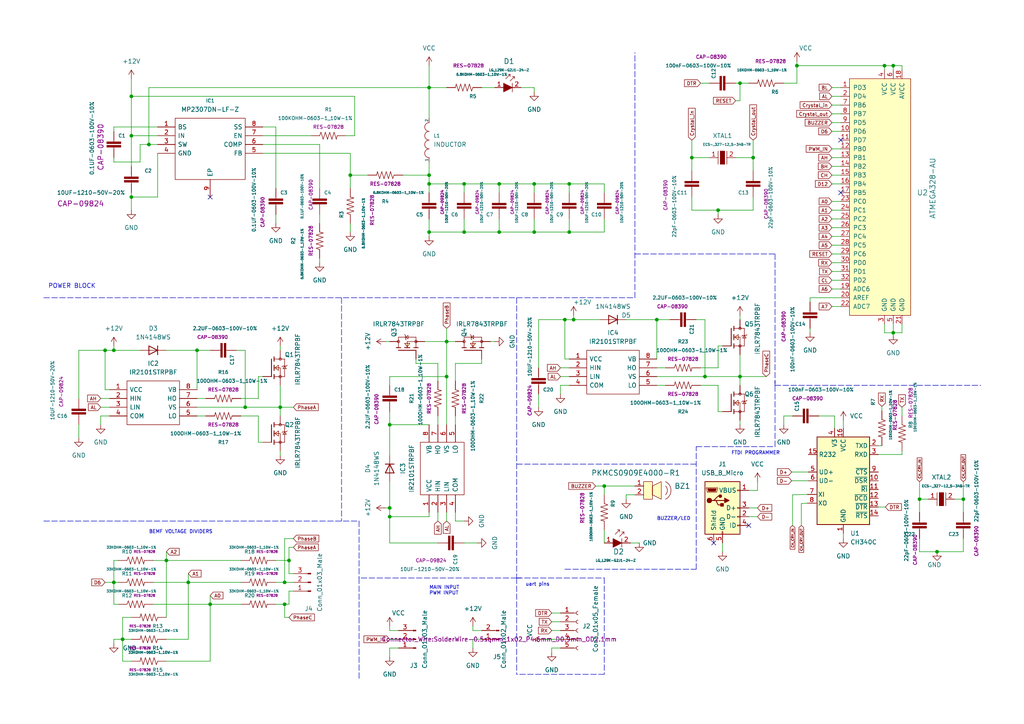
<source format=kicad_sch>
(kicad_sch (version 20211123) (generator eeschema)
  (paper "A4")
  (junction (at 279.4 144.78))
  (junction (at 175.26 140.97))
  (junction (at 81.28 118.11))
  (junction (at 134.62 67.31))
  (junction (at 43.18 41.91))
  (junction (at 266.7 144.78))
  (junction (at 231.14 19.05))
  (junction (at 113.03 149.86))
  (junction (at 271.78 160.02))
  (junction (at 200.66 45.72))
  (junction (at 154.94 67.31))
  (junction (at 113.03 147.32))
  (junction (at 38.1 27.94))
  (junction (at 124.46 67.31))
  (junction (at 259.08 96.52))
  (junction (at 165.1 67.31))
  (junction (at 134.62 53.34))
  (junction (at 38.1 39.37))
  (junction (at 35.56 185.42))
  (junction (at 124.46 25.4))
  (junction (at 82.55 168.91))
  (junction (at 129.54 109.22))
  (junction (at 38.1 57.15))
  (junction (at 166.37 92.71))
  (junction (at 208.28 60.96))
  (junction (at 83.82 162.56))
  (junction (at 204.47 109.22))
  (junction (at 144.78 53.34))
  (junction (at 113.03 123.19))
  (junction (at 218.44 45.72))
  (junction (at 48.26 162.56))
  (junction (at 57.15 101.6))
  (junction (at 256.54 19.05))
  (junction (at 129.54 99.06))
  (junction (at 144.78 67.31))
  (junction (at 124.46 50.8))
  (junction (at 101.6 50.8))
  (junction (at 82.55 175.26))
  (junction (at 30.48 101.6))
  (junction (at 154.94 53.34))
  (junction (at 214.63 109.22))
  (junction (at 165.1 53.34))
  (junction (at 163.83 92.71))
  (junction (at 33.02 168.91))
  (junction (at 124.46 53.34))
  (junction (at 214.63 24.13))
  (junction (at 60.96 175.26))
  (junction (at 190.5 92.71))
  (junction (at 33.02 101.6))
  (junction (at 71.12 118.11))
  (junction (at 259.08 19.05))
  (junction (at 54.61 168.91))
  (no_connect (at 207.01 157.48))
  (no_connect (at 243.84 40.64))
  (no_connect (at 243.84 55.88))
  (no_connect (at 60.96 57.15))
  (no_connect (at 217.17 152.4))
  (wire (pts (xy 35.56 179.07) (xy 35.56 185.42)))
  (wire (pts (xy 163.83 92.71) (xy 163.83 104.14)))
  (wire (pts (xy 261.62 96.52) (xy 259.08 96.52)))
  (wire (pts (xy 57.15 120.65) (xy 59.69 120.65)))
  (wire (pts (xy 57.15 115.57) (xy 59.69 115.57)))
  (wire (pts (xy 154.94 53.34) (xy 144.78 53.34)))
  (wire (pts (xy 234.95 86.36) (xy 243.84 86.36)))
  (wire (pts (xy 266.7 160.02) (xy 266.7 156.21)))
  (wire (pts (xy 165.1 53.34) (xy 154.94 53.34)))
  (wire (pts (xy 30.48 101.6) (xy 22.86 101.6)))
  (wire (pts (xy 76.2 41.91) (xy 92.71 41.91)))
  (wire (pts (xy 162.56 106.68) (xy 165.1 106.68)))
  (wire (pts (xy 229.87 120.65) (xy 227.33 120.65)))
  (wire (pts (xy 156.21 92.71) (xy 156.21 106.68)))
  (wire (pts (xy 45.72 36.83) (xy 33.02 36.83)))
  (polyline (pts (xy 104.14 167.64) (xy 104.14 196.85)))
  (wire (pts (xy 111.76 147.32) (xy 113.03 147.32)))
  (wire (pts (xy 218.44 45.72) (xy 218.44 49.53)))
  (wire (pts (xy 137.16 185.42) (xy 139.7 185.42)))
  (wire (pts (xy 190.5 106.68) (xy 193.04 106.68)))
  (wire (pts (xy 256.54 19.05) (xy 231.14 19.05)))
  (wire (pts (xy 154.94 67.31) (xy 144.78 67.31)))
  (wire (pts (xy 129.54 151.13) (xy 129.54 148.59)))
  (wire (pts (xy 232.41 152.4) (xy 232.41 146.05)))
  (polyline (pts (xy 12.7 151.13) (xy 104.14 151.13)))
  (wire (pts (xy 29.21 115.57) (xy 31.75 115.57)))
  (wire (pts (xy 279.4 139.7) (xy 279.4 144.78)))
  (wire (pts (xy 81.28 111.76) (xy 81.28 118.11)))
  (wire (pts (xy 57.15 101.6) (xy 60.96 101.6)))
  (wire (pts (xy 234.95 87.63) (xy 234.95 86.36)))
  (wire (pts (xy 175.26 140.97) (xy 175.26 143.51)))
  (wire (pts (xy 132.08 105.41) (xy 139.7 105.41)))
  (wire (pts (xy 44.45 175.26) (xy 60.96 175.26)))
  (wire (pts (xy 241.3 81.28) (xy 243.84 81.28)))
  (wire (pts (xy 160.02 180.34) (xy 162.56 180.34)))
  (wire (pts (xy 241.3 68.58) (xy 243.84 68.58)))
  (wire (pts (xy 241.3 27.94) (xy 243.84 27.94)))
  (wire (pts (xy 241.3 58.42) (xy 243.84 58.42)))
  (wire (pts (xy 271.78 160.02) (xy 266.7 160.02)))
  (wire (pts (xy 83.82 158.75) (xy 83.82 162.56)))
  (wire (pts (xy 214.63 24.13) (xy 217.17 24.13)))
  (wire (pts (xy 44.45 168.91) (xy 54.61 168.91)))
  (wire (pts (xy 241.3 73.66) (xy 243.84 73.66)))
  (wire (pts (xy 139.7 25.4) (xy 143.51 25.4)))
  (wire (pts (xy 48.26 162.56) (xy 48.26 179.07)))
  (wire (pts (xy 256.54 96.52) (xy 259.08 96.52)))
  (polyline (pts (xy 149.86 134.62) (xy 163.83 134.62)))
  (wire (pts (xy 101.6 54.61) (xy 101.6 50.8)))
  (wire (pts (xy 69.85 115.57) (xy 74.93 115.57)))
  (wire (pts (xy 279.4 144.78) (xy 279.4 148.59)))
  (wire (pts (xy 242.062 120.65) (xy 237.49 120.65)))
  (wire (pts (xy 157.48 185.42) (xy 162.56 185.42)))
  (wire (pts (xy 254.762 147.066) (xy 256.794 147.066)))
  (wire (pts (xy 254.762 129.286) (xy 255.778 129.286)))
  (wire (pts (xy 81.28 100.33) (xy 81.28 101.6)))
  (wire (pts (xy 234.95 95.25) (xy 234.95 96.52)))
  (wire (pts (xy 217.17 142.24) (xy 219.71 142.24)))
  (wire (pts (xy 74.93 115.57) (xy 74.93 109.22)))
  (wire (pts (xy 279.4 156.21) (xy 279.4 160.02)))
  (wire (pts (xy 74.93 120.65) (xy 74.93 128.27)))
  (wire (pts (xy 80.01 36.83) (xy 80.01 54.61)))
  (wire (pts (xy 204.47 92.71) (xy 204.47 109.22)))
  (wire (pts (xy 144.78 53.34) (xy 144.78 55.88)))
  (wire (pts (xy 241.3 35.56) (xy 243.84 35.56)))
  (wire (pts (xy 185.42 157.48) (xy 182.88 157.48)))
  (wire (pts (xy 22.86 123.19) (xy 22.86 127)))
  (wire (pts (xy 71.12 101.6) (xy 71.12 118.11)))
  (wire (pts (xy 266.7 144.78) (xy 266.7 148.59)))
  (wire (pts (xy 229.616 136.906) (xy 234.442 136.906)))
  (wire (pts (xy 132.08 148.59) (xy 132.08 151.13)))
  (wire (pts (xy 113.03 111.76) (xy 113.03 109.22)))
  (wire (pts (xy 134.62 55.88) (xy 134.62 53.34)))
  (wire (pts (xy 163.83 92.71) (xy 156.21 92.71)))
  (wire (pts (xy 208.28 60.96) (xy 200.66 60.96)))
  (wire (pts (xy 241.3 78.74) (xy 243.84 78.74)))
  (wire (pts (xy 92.71 74.93) (xy 92.71 76.2)))
  (polyline (pts (xy 104.14 151.13) (xy 104.14 167.64)))
  (wire (pts (xy 208.28 100.33) (xy 209.55 100.33)))
  (wire (pts (xy 40.64 101.6) (xy 33.02 101.6)))
  (wire (pts (xy 256.54 19.05) (xy 256.54 20.32)))
  (wire (pts (xy 22.86 101.6) (xy 22.86 115.57)))
  (wire (pts (xy 113.03 185.42) (xy 115.57 185.42)))
  (wire (pts (xy 127 110.49) (xy 127 105.41)))
  (wire (pts (xy 69.85 120.65) (xy 74.93 120.65)))
  (wire (pts (xy 190.5 111.76) (xy 193.04 111.76)))
  (wire (pts (xy 259.08 19.05) (xy 259.08 20.32)))
  (wire (pts (xy 38.1 22.86) (xy 38.1 27.94)))
  (wire (pts (xy 162.56 109.22) (xy 165.1 109.22)))
  (wire (pts (xy 175.26 63.5) (xy 175.26 67.31)))
  (wire (pts (xy 214.63 24.13) (xy 214.63 29.21)))
  (wire (pts (xy 219.71 142.24) (xy 219.71 139.7)))
  (wire (pts (xy 74.93 128.27) (xy 76.2 128.27)))
  (wire (pts (xy 214.63 109.22) (xy 214.63 111.76)))
  (wire (pts (xy 162.56 111.76) (xy 162.56 114.3)))
  (wire (pts (xy 82.55 175.26) (xy 83.82 175.26)))
  (wire (pts (xy 57.15 113.03) (xy 57.15 101.6)))
  (wire (pts (xy 127 123.19) (xy 127 120.65)))
  (wire (pts (xy 190.5 92.71) (xy 181.61 92.71)))
  (wire (pts (xy 259.08 93.98) (xy 259.08 96.52)))
  (wire (pts (xy 241.3 83.82) (xy 243.84 83.82)))
  (wire (pts (xy 57.15 101.6) (xy 48.26 101.6)))
  (wire (pts (xy 214.63 91.44) (xy 214.63 92.71)))
  (wire (pts (xy 242.062 124.206) (xy 242.062 120.65)))
  (wire (pts (xy 234.188 143.4084) (xy 229.87 143.51)))
  (wire (pts (xy 241.3 38.1) (xy 243.84 38.1)))
  (wire (pts (xy 83.82 166.37) (xy 85.09 166.37)))
  (wire (pts (xy 83.82 162.56) (xy 83.82 166.37)))
  (wire (pts (xy 29.21 118.11) (xy 31.75 118.11)))
  (wire (pts (xy 229.87 143.51) (xy 229.87 152.4)))
  (wire (pts (xy 38.1 191.77) (xy 35.56 191.77)))
  (wire (pts (xy 156.21 114.3) (xy 156.21 118.11)))
  (polyline (pts (xy 175.26 195.58) (xy 149.86 195.58)))
  (wire (pts (xy 129.54 109.22) (xy 129.54 99.06)))
  (wire (pts (xy 244.602 121.92) (xy 244.602 124.206)))
  (wire (pts (xy 154.94 63.5) (xy 154.94 67.31)))
  (wire (pts (xy 208.28 106.68) (xy 208.28 100.33)))
  (wire (pts (xy 129.54 99.06) (xy 132.08 99.06)))
  (wire (pts (xy 113.03 187.96) (xy 113.03 190.5)))
  (wire (pts (xy 166.37 91.44) (xy 166.37 92.71)))
  (wire (pts (xy 45.72 44.45) (xy 45.72 57.15)))
  (wire (pts (xy 160.02 189.23) (xy 160.02 187.96)))
  (wire (pts (xy 208.28 60.96) (xy 218.44 60.96)))
  (wire (pts (xy 241.3 50.8) (xy 243.84 50.8)))
  (wire (pts (xy 261.62 120.65) (xy 261.62 118.11)))
  (wire (pts (xy 208.28 62.23) (xy 208.28 60.96)))
  (wire (pts (xy 33.02 186.69) (xy 33.02 185.42)))
  (wire (pts (xy 175.26 67.31) (xy 165.1 67.31)))
  (wire (pts (xy 203.2 106.68) (xy 208.28 106.68)))
  (wire (pts (xy 244.602 154.686) (xy 244.602 156.21)))
  (wire (pts (xy 256.54 93.98) (xy 256.54 96.52)))
  (wire (pts (xy 190.5 104.14) (xy 190.5 92.71)))
  (wire (pts (xy 269.24 144.78) (xy 266.7 144.78)))
  (wire (pts (xy 165.1 111.76) (xy 162.56 111.76)))
  (wire (pts (xy 124.46 63.5) (xy 124.46 67.31)))
  (wire (pts (xy 40.64 46.99) (xy 33.02 46.99)))
  (wire (pts (xy 229.616 139.446) (xy 234.442 139.446)))
  (wire (pts (xy 165.1 63.5) (xy 165.1 67.31)))
  (wire (pts (xy 160.02 187.96) (xy 162.56 187.96)))
  (polyline (pts (xy 184.15 73.66) (xy 224.79 73.66)))
  (wire (pts (xy 132.08 151.13) (xy 134.62 151.13)))
  (wire (pts (xy 60.96 172.72) (xy 60.96 175.26)))
  (wire (pts (xy 116.84 50.8) (xy 124.46 50.8)))
  (wire (pts (xy 31.75 113.03) (xy 30.48 113.03)))
  (wire (pts (xy 38.1 27.94) (xy 102.87 27.94)))
  (wire (pts (xy 60.96 175.26) (xy 69.85 175.26)))
  (wire (pts (xy 166.37 92.71) (xy 163.83 92.71)))
  (wire (pts (xy 137.16 182.88) (xy 137.16 181.61)))
  (wire (pts (xy 45.72 41.91) (xy 43.18 41.91)))
  (polyline (pts (xy 149.86 86.36) (xy 149.86 167.64)))
  (wire (pts (xy 102.87 27.94) (xy 102.87 39.37)))
  (wire (pts (xy 129.54 123.19) (xy 129.54 109.22)))
  (wire (pts (xy 227.33 24.13) (xy 231.14 24.13)))
  (wire (pts (xy 113.03 109.22) (xy 129.54 109.22)))
  (polyline (pts (xy 201.93 129.54) (xy 224.79 129.54)))
  (wire (pts (xy 81.28 130.81) (xy 81.28 132.08)))
  (wire (pts (xy 241.3 30.48) (xy 243.84 30.48)))
  (wire (pts (xy 113.03 181.61) (xy 113.03 182.88)))
  (wire (pts (xy 241.3 60.96) (xy 243.84 60.96)))
  (polyline (pts (xy 224.79 129.54) (xy 224.79 110.49)))
  (wire (pts (xy 137.16 187.96) (xy 137.16 185.42)))
  (wire (pts (xy 266.7 139.7) (xy 266.7 144.78)))
  (wire (pts (xy 29.21 120.65) (xy 29.21 123.19)))
  (wire (pts (xy 81.28 118.11) (xy 85.09 118.11)))
  (wire (pts (xy 144.78 67.31) (xy 134.62 67.31)))
  (wire (pts (xy 57.15 118.11) (xy 71.12 118.11)))
  (wire (pts (xy 82.55 179.07) (xy 82.55 175.26)))
  (wire (pts (xy 175.26 53.34) (xy 165.1 53.34)))
  (wire (pts (xy 205.74 45.72) (xy 200.66 45.72)))
  (wire (pts (xy 241.3 25.4) (xy 243.84 25.4)))
  (polyline (pts (xy 149.86 167.64) (xy 151.13 167.64)))
  (wire (pts (xy 184.15 143.51) (xy 181.61 143.51)))
  (wire (pts (xy 113.03 149.86) (xy 124.46 149.86)))
  (wire (pts (xy 165.1 67.31) (xy 154.94 67.31)))
  (wire (pts (xy 113.03 157.48) (xy 127 157.48)))
  (wire (pts (xy 139.7 105.41) (xy 139.7 104.14)))
  (wire (pts (xy 92.71 62.23) (xy 92.71 64.77)))
  (wire (pts (xy 261.62 93.98) (xy 261.62 96.52)))
  (wire (pts (xy 203.2 111.76) (xy 208.28 111.76)))
  (wire (pts (xy 101.6 50.8) (xy 101.6 44.45)))
  (wire (pts (xy 82.55 156.21) (xy 82.55 168.91)))
  (wire (pts (xy 259.08 19.05) (xy 256.54 19.05)))
  (wire (pts (xy 54.61 185.42) (xy 54.61 168.91)))
  (wire (pts (xy 76.2 39.37) (xy 90.17 39.37)))
  (wire (pts (xy 54.61 166.37) (xy 54.61 168.91)))
  (polyline (pts (xy 149.86 167.64) (xy 149.86 195.58)))
  (wire (pts (xy 259.08 96.52) (xy 259.08 97.282)))
  (wire (pts (xy 120.65 105.41) (xy 120.65 104.14)))
  (wire (pts (xy 214.63 109.22) (xy 222.25 109.22)))
  (wire (pts (xy 241.3 45.72) (xy 243.84 45.72)))
  (wire (pts (xy 241.3 71.12) (xy 243.84 71.12)))
  (wire (pts (xy 81.28 118.11) (xy 81.28 120.65)))
  (wire (pts (xy 38.1 39.37) (xy 45.72 39.37)))
  (wire (pts (xy 241.3 63.5) (xy 243.84 63.5)))
  (wire (pts (xy 231.14 24.13) (xy 231.14 19.05)))
  (wire (pts (xy 227.33 120.65) (xy 227.33 123.19)))
  (wire (pts (xy 124.46 50.8) (xy 124.46 53.34)))
  (wire (pts (xy 200.66 45.72) (xy 200.66 49.53)))
  (wire (pts (xy 231.14 19.05) (xy 231.14 17.78)))
  (wire (pts (xy 261.62 131.826) (xy 254.762 131.826)))
  (wire (pts (xy 124.46 53.34) (xy 134.62 53.34)))
  (wire (pts (xy 154.94 55.88) (xy 154.94 53.34)))
  (wire (pts (xy 38.1 27.94) (xy 38.1 39.37)))
  (wire (pts (xy 124.46 25.4) (xy 124.46 34.29)))
  (wire (pts (xy 241.3 66.04) (xy 243.84 66.04)))
  (wire (pts (xy 181.61 143.51) (xy 181.61 144.78)))
  (wire (pts (xy 241.3 53.34) (xy 243.84 53.34)))
  (wire (pts (xy 33.02 36.83) (xy 33.02 38.1)))
  (wire (pts (xy 160.02 177.8) (xy 162.56 177.8)))
  (wire (pts (xy 48.26 185.42) (xy 54.61 185.42)))
  (wire (pts (xy 80.01 62.23) (xy 80.01 64.77)))
  (wire (pts (xy 48.26 191.77) (xy 60.96 191.77)))
  (wire (pts (xy 33.02 185.42) (xy 35.56 185.42)))
  (wire (pts (xy 38.1 57.15) (xy 45.72 57.15)))
  (wire (pts (xy 80.01 162.56) (xy 83.82 162.56)))
  (wire (pts (xy 115.57 187.96) (xy 113.03 187.96)))
  (polyline (pts (xy 175.26 167.64) (xy 175.26 195.58)))
  (wire (pts (xy 276.86 144.78) (xy 279.4 144.78)))
  (wire (pts (xy 31.75 120.65) (xy 29.21 120.65)))
  (polyline (pts (xy 12.7 86.36) (xy 184.15 86.36)))
  (wire (pts (xy 208.28 119.38) (xy 209.55 119.38)))
  (wire (pts (xy 113.03 123.19) (xy 113.03 119.38)))
  (wire (pts (xy 124.46 19.05) (xy 124.46 25.4)))
  (wire (pts (xy 175.26 55.88) (xy 175.26 53.34)))
  (wire (pts (xy 113.03 147.32) (xy 113.03 149.86)))
  (polyline (pts (xy 201.93 165.1) (xy 201.93 129.54)))
  (wire (pts (xy 113.03 123.19) (xy 113.03 132.08)))
  (wire (pts (xy 213.36 45.72) (xy 218.44 45.72)))
  (wire (pts (xy 241.3 33.02) (xy 243.84 33.02)))
  (wire (pts (xy 190.5 92.71) (xy 194.31 92.71)))
  (wire (pts (xy 43.18 41.91) (xy 40.64 41.91)))
  (wire (pts (xy 33.02 46.99) (xy 33.02 45.72)))
  (wire (pts (xy 200.66 40.64) (xy 200.66 45.72)))
  (polyline (pts (xy 224.79 111.76) (xy 284.48 111.76)))
  (wire (pts (xy 160.02 182.88) (xy 162.56 182.88)))
  (wire (pts (xy 85.09 156.21) (xy 82.55 156.21)))
  (wire (pts (xy 204.47 109.22) (xy 214.63 109.22)))
  (wire (pts (xy 217.17 147.32) (xy 219.71 147.32)))
  (wire (pts (xy 101.6 64.77) (xy 101.6 67.31)))
  (wire (pts (xy 30.48 101.6) (xy 30.48 113.03)))
  (wire (pts (xy 100.33 39.37) (xy 102.87 39.37)))
  (wire (pts (xy 48.26 160.02) (xy 48.26 162.56)))
  (wire (pts (xy 101.6 44.45) (xy 76.2 44.45)))
  (wire (pts (xy 35.56 185.42) (xy 35.56 191.77)))
  (wire (pts (xy 33.02 168.91) (xy 34.29 168.91)))
  (wire (pts (xy 218.44 57.15) (xy 218.44 60.96)))
  (wire (pts (xy 48.26 162.56) (xy 69.85 162.56)))
  (polyline (pts (xy 224.79 73.66) (xy 224.79 111.76)))
  (wire (pts (xy 83.82 179.07) (xy 82.55 179.07)))
  (wire (pts (xy 113.03 149.86) (xy 113.03 157.48)))
  (wire (pts (xy 124.46 148.59) (xy 124.46 149.86)))
  (wire (pts (xy 209.55 157.48) (xy 209.55 160.02)))
  (wire (pts (xy 201.93 92.71) (xy 204.47 92.71)))
  (wire (pts (xy 175.26 140.97) (xy 184.15 140.97)))
  (wire (pts (xy 54.61 168.91) (xy 69.85 168.91)))
  (wire (pts (xy 124.46 123.19) (xy 113.03 123.19)))
  (wire (pts (xy 129.54 99.06) (xy 129.54 95.25)))
  (wire (pts (xy 71.12 118.11) (xy 81.28 118.11)))
  (wire (pts (xy 33.02 162.56) (xy 33.02 168.91)))
  (wire (pts (xy 68.58 101.6) (xy 71.12 101.6)))
  (wire (pts (xy 241.3 88.9) (xy 243.84 88.9)))
  (wire (pts (xy 165.1 53.34) (xy 165.1 55.88)))
  (wire (pts (xy 134.62 157.48) (xy 138.43 157.48)))
  (wire (pts (xy 113.03 139.7) (xy 113.03 147.32)))
  (wire (pts (xy 134.62 67.31) (xy 124.46 67.31)))
  (polyline (pts (xy 184.15 86.36) (xy 184.15 15.24)))
  (wire (pts (xy 200.66 60.96) (xy 200.66 57.15)))
  (wire (pts (xy 124.46 46.99) (xy 124.46 50.8)))
  (wire (pts (xy 175.26 153.67) (xy 175.26 157.48)))
  (wire (pts (xy 127 151.13) (xy 127 148.59)))
  (wire (pts (xy 142.24 99.06) (xy 143.51 99.06)))
  (wire (pts (xy 132.08 110.49) (xy 132.08 105.41)))
  (wire (pts (xy 127 105.41) (xy 120.65 105.41)))
  (wire (pts (xy 80.01 175.26) (xy 82.55 175.26)))
  (wire (pts (xy 124.46 25.4) (xy 129.54 25.4)))
  (wire (pts (xy 241.3 48.26) (xy 243.84 48.26)))
  (wire (pts (xy 232.41 146.05) (xy 234.188 145.9484)))
  (wire (pts (xy 218.44 40.64) (xy 218.44 45.72)))
  (wire (pts (xy 38.1 185.42) (xy 35.56 185.42)))
  (wire (pts (xy 34.29 175.26) (xy 33.02 175.26)))
  (wire (pts (xy 144.78 63.5) (xy 144.78 67.31)))
  (wire (pts (xy 124.46 67.31) (xy 124.46 68.58)))
  (wire (pts (xy 113.03 182.88) (xy 115.57 182.88)))
  (wire (pts (xy 74.93 109.22) (xy 76.2 109.22)))
  (wire (pts (xy 43.18 25.4) (xy 43.18 41.91)))
  (wire (pts (xy 208.28 111.76) (xy 208.28 119.38)))
  (wire (pts (xy 139.7 182.88) (xy 137.16 182.88)))
  (wire (pts (xy 76.2 36.83) (xy 80.01 36.83)))
  (wire (pts (xy 33.02 101.6) (xy 30.48 101.6)))
  (wire (pts (xy 271.78 160.02) (xy 279.4 160.02)))
  (wire (pts (xy 203.2 24.13) (xy 205.74 24.13)))
  (wire (pts (xy 40.64 41.91) (xy 40.64 46.99)))
  (polyline (pts (xy 149.86 167.64) (xy 104.14 167.64)))
  (wire (pts (xy 34.29 162.56) (xy 33.02 162.56)))
  (wire (pts (xy 173.99 92.71) (xy 166.37 92.71)))
  (wire (pts (xy 190.5 109.22) (xy 204.47 109.22)))
  (wire (pts (xy 33.02 175.26) (xy 33.02 168.91)))
  (wire (pts (xy 80.01 168.91) (xy 82.55 168.91)))
  (wire (pts (xy 165.1 104.14) (xy 163.83 104.14)))
  (wire (pts (xy 154.94 25.4) (xy 154.94 26.67)))
  (wire (pts (xy 38.1 39.37) (xy 38.1 48.26)))
  (wire (pts (xy 124.46 55.88) (xy 124.46 53.34)))
  (wire (pts (xy 214.63 29.21) (xy 213.36 29.21)))
  (wire (pts (xy 83.82 175.26) (xy 83.82 171.45)))
  (wire (pts (xy 213.36 24.13) (xy 214.63 24.13)))
  (wire (pts (xy 123.19 99.06) (xy 129.54 99.06)))
  (wire (pts (xy 172.72 140.97) (xy 175.26 140.97)))
  (polyline (pts (xy 99.06 86.36) (xy 99.06 151.13)))
  (wire (pts (xy 44.45 162.56) (xy 48.26 162.56)))
  (wire (pts (xy 83.82 171.45) (xy 85.09 171.45)))
  (polyline (pts (xy 163.83 165.1) (xy 201.93 165.1)))
  (wire (pts (xy 60.96 191.77) (xy 60.96 175.26)))
  (wire (pts (xy 214.63 121.92) (xy 214.63 123.19)))
  (wire (pts (xy 255.778 119.126) (xy 255.778 117.856)))
  (wire (pts (xy 38.1 55.88) (xy 38.1 57.15)))
  (wire (pts (xy 101.6 50.8) (xy 106.68 50.8)))
  (polyline (pts (xy 149.86 167.64) (xy 175.26 167.64)))
  (wire (pts (xy 132.08 123.19) (xy 132.08 120.65)))
  (wire (pts (xy 38.1 179.07) (xy 35.56 179.07)))
  (wire (pts (xy 85.09 158.75) (xy 83.82 158.75)))
  (wire (pts (xy 151.13 25.4) (xy 154.94 25.4)))
  (polyline (pts (xy 201.93 134.62) (xy 163.83 134.62)))
  (wire (pts (xy 241.3 43.18) (xy 243.84 43.18)))
  (wire (pts (xy 217.17 149.86) (xy 219.71 149.86)))
  (wire (pts (xy 33.02 100.33) (xy 33.02 101.6)))
  (wire (pts (xy 144.78 53.34) (xy 134.62 53.34)))
  (wire (pts (xy 259.08 19.05) (xy 261.62 19.05)))
  (wire (pts (xy 38.1 57.15) (xy 38.1 60.96)))
  (wire (pts (xy 134.62 63.5) (xy 134.62 67.31)))
  (wire (pts (xy 111.76 99.06) (xy 113.03 99.06)))
  (wire (pts (xy 261.62 130.81) (xy 261.62 131.826)))
  (wire (pts (xy 241.3 76.2) (xy 243.84 76.2)))
  (wire (pts (xy 214.63 102.87) (xy 214.63 109.22)))
  (wire (pts (xy 30.48 168.91) (xy 33.02 168.91)))
  (wire (pts (xy 124.46 25.4) (xy 43.18 25.4)))
  (wire (pts (xy 82.55 168.91) (xy 85.09 168.91)))
  (wire (pts (xy 92.71 41.91) (xy 92.71 54.61)))
  (wire (pts (xy 261.62 19.05) (xy 261.62 20.32)))
  (text "POWER BLOCK\n" (at 13.97 83.82 0) (effects (font (size 1.27 1.27)) (justify left bottom)))
  (text "uart pins" (at 152.4 170.18 0) (effects (font (size 1 1)) (justify left bottom)))
  (text "BUZZER/LED\n" (at 190.5 151.13 0) (effects (font (size 1 1)) (justify left bottom)))
  (text "BEMF VOLTAGE DIVIDERS\n" (at 43.18 154.94 0) (effects (font (size 1 1)) (justify left bottom)))
  (text "MAIN INPUT\nPWM INPUT" (at 124.46 172.72 0) (effects (font (size 1 1)) (justify left bottom)))
  (text "FTDI PROGRAMMER" (at 212.09 132.08 0) (effects (font (size 1 1)) (justify left bottom)))
  (global_label "CH_CRY_OUT" (shape input) (at 232.41 152.4 270) (effects (font (size 0.7 0.7))) (property "Intersheet References" "${INTERSHEET_REFS}" (effects hide)))
  (global_label "BL" (shape input) (at 241.3 25.4 180) (effects (font (size 1 1))) (property "Intersheet References" "${INTERSHEET_REFS}" (effects hide)))
  (global_label "TX" (shape input) (at 160.02 180.34 180) (effects (font (size 1 1))) (property "Intersheet References" "${INTERSHEET_REFS}" (effects hide)))
  (global_label "AL" (shape input) (at 162.56 109.22 180) (effects (font (size 1 1))) (property "Intersheet References" "${INTERSHEET_REFS}" (effects hide)))
  (global_label "A4" (shape input) (at 241.3 68.58 180) (effects (font (size 1 1))) (property "Intersheet References" "${INTERSHEET_REFS}" (effects hide)))
  (global_label "PhaseC" (shape input) (at 83.82 179.07 0) (effects (font (size 1 1))) (property "Intersheet References" "${INTERSHEET_REFS}" (effects hide)))
  (global_label "A3" (shape input) (at 241.3 66.04 180) (effects (font (size 1 1))) (property "Intersheet References" "${INTERSHEET_REFS}" (effects hide)))
  (global_label "A0" (shape input) (at 60.96 172.72 0) (effects (font (size 1 1))) (property "Intersheet References" "${INTERSHEET_REFS}" (effects hide)))
  (global_label "D6" (shape input) (at 241.3 38.1 180) (effects (font (size 1 1))) (property "Intersheet References" "${INTERSHEET_REFS}" (effects hide)))
  (global_label "PhaseC" (shape input) (at 222.25 109.22 90) (effects (font (size 1 1))) (property "Intersheet References" "${INTERSHEET_REFS}" (effects hide)))
  (global_label "BH" (shape input) (at 241.3 48.26 180) (effects (font (size 1 1))) (property "Intersheet References" "${INTERSHEET_REFS}" (effects hide)))
  (global_label "CH_CRY_IN" (shape input) (at 266.7 139.7 90) (effects (font (size 0.7 0.7))) (property "Intersheet References" "${INTERSHEET_REFS}" (effects hide)))
  (global_label "AH" (shape input) (at 162.56 106.68 180) (effects (font (size 1 1))) (property "Intersheet References" "${INTERSHEET_REFS}" (effects hide)))
  (global_label "PhaseB" (shape input) (at 129.54 95.25 90) (effects (font (size 1 1))) (property "Intersheet References" "${INTERSHEET_REFS}" (effects hide)))
  (global_label "A2" (shape input) (at 48.26 160.02 0) (effects (font (size 1 1))) (property "Intersheet References" "${INTERSHEET_REFS}" (effects hide)))
  (global_label "TX" (shape input) (at 241.3 78.74 180) (effects (font (size 1 1))) (property "Intersheet References" "${INTERSHEET_REFS}" (effects hide)))
  (global_label "BUZZER" (shape input) (at 172.72 140.97 180) (effects (font (size 1 1))) (property "Intersheet References" "${INTERSHEET_REFS}" (effects hide)))
  (global_label "D+" (shape input) (at 219.71 147.32 0) (effects (font (size 1 1))) (property "Intersheet References" "${INTERSHEET_REFS}" (effects hide)))
  (global_label "CH_CRY_OUT" (shape input) (at 279.4 139.7 90) (effects (font (size 0.7 0.7))) (property "Intersheet References" "${INTERSHEET_REFS}" (effects hide)))
  (global_label "AL" (shape input) (at 29.21 118.11 180) (effects (font (size 1 1))) (property "Intersheet References" "${INTERSHEET_REFS}" (effects hide)))
  (global_label "D6" (shape input) (at 30.48 168.91 180) (effects (font (size 1 1))) (property "Intersheet References" "${INTERSHEET_REFS}" (effects hide)))
  (global_label "AH" (shape input) (at 241.3 45.72 180) (effects (font (size 1 1))) (property "Intersheet References" "${INTERSHEET_REFS}" (effects hide)))
  (global_label "PWM_IN" (shape input) (at 113.03 185.42 180) (effects (font (size 1 1))) (property "Intersheet References" "${INTERSHEET_REFS}" (effects hide)))
  (global_label "A7" (shape input) (at 241.3 88.9 180) (effects (font (size 1 1))) (property "Intersheet References" "${INTERSHEET_REFS}" (effects hide)))
  (global_label "AL" (shape input) (at 129.54 151.13 270) (effects (font (size 1 1))) (property "Intersheet References" "${INTERSHEET_REFS}" (effects hide)))
  (global_label "RX" (shape input) (at 255.778 117.856 90) (effects (font (size 1 1))) (property "Intersheet References" "${INTERSHEET_REFS}" (effects hide)))
  (global_label "PhaseB" (shape input) (at 85.09 156.21 0) (effects (font (size 1 1))) (property "Intersheet References" "${INTERSHEET_REFS}" (effects hide)))
  (global_label "Crystal_out" (shape input) (at 218.44 40.64 90) (effects (font (size 1 1))) (property "Intersheet References" "${INTERSHEET_REFS}" (effects hide)))
  (global_label "Crystal_in" (shape input) (at 241.3 30.48 180) (effects (font (size 1 1))) (property "Intersheet References" "${INTERSHEET_REFS}" (effects hide)))
  (global_label "D+" (shape input) (at 229.616 136.906 180) (effects (font (size 1 1))) (property "Intersheet References" "${INTERSHEET_REFS}" (effects hide)))
  (global_label "D-" (shape input) (at 219.71 149.86 0) (effects (font (size 1 1))) (property "Intersheet References" "${INTERSHEET_REFS}" (effects hide)))
  (global_label "CH" (shape input) (at 241.3 50.8 180) (effects (font (size 1 1))) (property "Intersheet References" "${INTERSHEET_REFS}" (effects hide)))
  (global_label "CL" (shape input) (at 241.3 81.28 180) (effects (font (size 1 1))) (property "Intersheet References" "${INTERSHEET_REFS}" (effects hide)))
  (global_label "PWM_IN" (shape input) (at 241.3 43.18 180) (effects (font (size 1 1))) (property "Intersheet References" "${INTERSHEET_REFS}" (effects hide)))
  (global_label "PhaseA" (shape input) (at 85.09 118.11 0) (effects (font (size 1 1))) (property "Intersheet References" "${INTERSHEET_REFS}" (effects hide)))
  (global_label "A0" (shape input) (at 241.3 58.42 180) (effects (font (size 1 1))) (property "Intersheet References" "${INTERSHEET_REFS}" (effects hide)))
  (global_label "DTR" (shape input) (at 203.2 24.13 180) (effects (font (size 1 1))) (property "Intersheet References" "${INTERSHEET_REFS}" (effects hide)))
  (global_label "A1" (shape input) (at 241.3 60.96 180) (effects (font (size 1 1))) (property "Intersheet References" "${INTERSHEET_REFS}" (effects hide)))
  (global_label "A6" (shape input) (at 241.3 83.82 180) (effects (font (size 1 1))) (property "Intersheet References" "${INTERSHEET_REFS}" (effects hide)))
  (global_label "BUZZER" (shape input) (at 241.3 35.56 180) (effects (font (size 1 1))) (property "Intersheet References" "${INTERSHEET_REFS}" (effects hide)))
  (global_label "AH" (shape input) (at 29.21 115.57 180) (effects (font (size 1 1))) (property "Intersheet References" "${INTERSHEET_REFS}" (effects hide)))
  (global_label "A1" (shape input) (at 54.61 166.37 0) (effects (font (size 1 1))) (property "Intersheet References" "${INTERSHEET_REFS}" (effects hide)))
  (global_label "AL" (shape input) (at 241.3 27.94 180) (effects (font (size 1 1))) (property "Intersheet References" "${INTERSHEET_REFS}" (effects hide)))
  (global_label "PhaseA" (shape input) (at 85.09 158.75 0) (effects (font (size 1 1))) (property "Intersheet References" "${INTERSHEET_REFS}" (effects hide)))
  (global_label "D12" (shape input) (at 241.3 53.34 180) (effects (font (size 1 1))) (property "Intersheet References" "${INTERSHEET_REFS}" (effects hide)))
  (global_label "RX" (shape input) (at 160.02 182.88 180) (effects (font (size 1 1))) (property "Intersheet References" "${INTERSHEET_REFS}" (effects hide)))
  (global_label "RESET" (shape input) (at 241.3 73.66 180) (effects (font (size 1 1))) (property "Intersheet References" "${INTERSHEET_REFS}" (effects hide)))
  (global_label "A5" (shape input) (at 241.3 71.12 180) (effects (font (size 1 1))) (property "Intersheet References" "${INTERSHEET_REFS}" (effects hide)))
  (global_label "AH" (shape input) (at 127 151.13 270) (effects (font (size 1 1))) (property "Intersheet References" "${INTERSHEET_REFS}" (effects hide)))
  (global_label "Crystal_in" (shape input) (at 200.66 40.64 90) (effects (font (size 1 1))) (property "Intersheet References" "${INTERSHEET_REFS}" (effects hide)))
  (global_label "RESET" (shape input) (at 213.36 29.21 180) (effects (font (size 1 1))) (property "Intersheet References" "${INTERSHEET_REFS}" (effects hide)))
  (global_label "D-" (shape input) (at 229.616 139.446 180) (effects (font (size 1 1))) (property "Intersheet References" "${INTERSHEET_REFS}" (effects hide)))
  (global_label "CH_CRY_IN" (shape input) (at 229.87 152.4 270) (effects (font (size 0.7 0.7))) (property "Intersheet References" "${INTERSHEET_REFS}" (effects hide)))
  (global_label "DTR" (shape input) (at 160.02 177.8 180) (effects (font (size 1 1))) (property "Intersheet References" "${INTERSHEET_REFS}" (effects hide)))
  (global_label "A2" (shape input) (at 241.3 63.5 180) (effects (font (size 1 1))) (property "Intersheet References" "${INTERSHEET_REFS}" (effects hide)))
  (global_label "DTR" (shape input) (at 256.794 147.066 0) (effects (font (size 1 1))) (property "Intersheet References" "${INTERSHEET_REFS}" (effects hide)))
  (global_label "Crystal_out" (shape input) (at 241.3 33.02 180) (effects (font (size 1 1))) (property "Intersheet References" "${INTERSHEET_REFS}" (effects hide)))
  (global_label "TX" (shape input) (at 261.62 118.11 90) (effects (font (size 1 1))) (property "Intersheet References" "${INTERSHEET_REFS}" (effects hide)))
  (global_label "RX" (shape input) (at 241.3 76.2 180) (effects (font (size 1 1))) (property "Intersheet References" "${INTERSHEET_REFS}" (effects hide)))
  (symbol (lib_id "power:GND") (at 33.02 186.69 0) (unit 1)
    (property "Reference" "#PWR020" (effects hide))
    (property "Value" "GND" (at 35.56 187.9599 0) (effects (justify left)))
  )
  (symbol (lib_id "SparkFun-Resistors:100KOHM-0603-1_10W-1%") (at 101.6 59.69 90) (unit 1)
    (property "Reference" "R3" (at 99.06 62.23 0) (effects (font (size 1 1))))
    (property "Value" "6.8KOHM-0603-1_10W-1%" (at 105.41 64.77 0) (effects (font (size 0.7 0.7))))
    (property "Footprint" "Resistor_SMD:R_0201_0603Metric_Pad0.64x0.40mm_HandSolder" (effects hide))
    (property "Field4" "RES-07828" (at 107.95 60.96 0) (effects (font (size 1 1))))
  )
  (symbol (lib_id "SparkFun-Resistors:100KOHM-0603-1_10W-1%") (at 255.778 124.206 270) (unit 1)
    (property "Reference" "R7" (at 253.238 116.586 0) (effects (font (size 1 1))))
    (property "Value" "10KOHM-0603-1_10W-1%" (at 258.318 120.396 0) (effects (font (size 0.7 0.7))))
    (property "Footprint" "Resistor_SMD:R_0201_0603Metric_Pad0.64x0.40mm_HandSolder" (effects hide))
    (property "Field4" "RES-07828" (at 259.588 120.396 0) (effects (font (size 1 1))))
  )
  (symbol (lib_id "SparkFun-Resistors:100KOHM-0603-1_10W-1%") (at 92.71 69.85 90) (unit 1)
    (property "Reference" "R2" (at 85.09 69.85 0) (effects (font (size 1 1))))
    (property "Value" "6.8KOHM-0603-1_10W-1%" (at 87.63 73.66 0) (effects (font (size 0.7 0.7))))
    (property "Footprint" "Resistor_SMD:R_0201_0603Metric_Pad0.64x0.40mm_HandSolder" (effects hide))
    (property "Field4" "RES-07828" (at 90.17 69.85 0) (effects (font (size 1 1))))
  )
  (symbol (lib_id "IR2101STRPBF:IR2101STRPBF") (at 165.1 104.14 0) (unit 1)
    (property "Reference" "IC4" (at 177.8 96.52 0))
    (property "Value" "IR2101STRPBF" (at 177.8 99.06 0))
    (property "Footprint" "IR2101STRPBF:SOIC127P600X175-8N" (effects hide))
    (property "Datasheet" "https://www.infineon.com/cms/en/product/power/gate-driver-ics/?" (effects hide))
    (property "Description" "High and Low Side Driver SOIC8 Infineon IR2101STRPBF, Dual MOSFET Power Driver, 360mA, 10  20 V, Non-Inverting, 8-Pin SOIC" (effects hide))
    (property "Height" "1.75" (effects hide))
    (property "Manufacturer_Name" "Infineon" (effects hide))
    (property "Manufacturer_Part_Number" "IR2101STRPBF" (effects hide))
    (property "Mouser Part Number" "942-IR2101STRPBF" (effects hide))
    (property "Mouser Price/Stock" "https://www.mouser.co.uk/ProductDetail/Infineon-Technologies/IR2101STRPBF?qs=ellYJlE8XiER7yumWzaY8w%3D%3D" (effects hide))
    (property "Arrow Part Number" "IR2101STRPBF" (effects hide))
    (property "Arrow Price/Stock" "https://www.arrow.com/en/products/ir2101strpbf/infineon-technologies-ag?region=nac" (effects hide))
  )
  (symbol (lib_id "power:GND") (at 271.78 160.02 0) (unit 1)
    (property "Reference" "#PWR0106" (effects hide))
    (property "Value" "GND" (at 273.05 163.83 0) (effects (justify right)))
  )
  (symbol (lib_id "power:GND") (at 143.51 99.06 90) (unit 1)
    (property "Reference" "#PWR031" (effects hide))
    (property "Value" "GND" (at 148.59 99.06 0))
  )
  (symbol (lib_id "Connector:Conn_01x02_Male") (at 144.78 185.42 180) (unit 1)
    (property "Reference" "J5" (at 144.145 190.5 0))
    (property "Value" "Conn_01x02_Male" (at 146.05 185.42 90))
    (property "Footprint" "Connector_Wire:SolderWire-0.5sqmm_1x02_P4.6mm_D0.9mm_OD2.1mm" (at 144.78 185.42 0))
  )
  (symbol (lib_id "SparkFun-Capacitors:0.1UF-0603-100V-10%") (at 266.7 151.13 180) (unit 1)
    (property "Reference" "C22" (at 265.43 154.94 0) (effects (font (size 1 1)) (justify left)))
    (property "Value" "22pF-0603-100V-10%" (at 262.89 144.78 90) (effects (font (size 1 1)) (justify left)))
    (property "Footprint" "digikey-footprints:0603" (effects hide))
    (property "Field4" "CAP-08390" (at 265.43 154.94 90) (effects (font (size 1 1)) (justify left)))
  )
  (symbol (lib_id "power:GND") (at 113.03 190.5 0) (unit 1)
    (property "Reference" "#PWR026" (effects hide))
    (property "Value" "GND" (at 113.03 195.58 0))
  )
  (symbol (lib_id "power:+12V") (at 111.76 147.32 90) (unit 1)
    (property "Reference" "#PWR024" (effects hide))
    (property "Value" "+12V" (at 106.68 147.32 0))
  )
  (symbol (lib_id "power:GND") (at 208.28 62.23 0) (unit 1)
    (property "Reference" "#PWR06" (effects hide))
    (property "Value" "GND" (at 208.28 67.31 0))
  )
  (symbol (lib_id "power:+12V") (at 111.76 99.06 90) (unit 1)
    (property "Reference" "#PWR023" (effects hide))
    (property "Value" "+12V" (at 106.68 99.06 0))
  )
  (symbol (lib_id "SparkFun-Capacitors:0.1UF-0603-100V-10%") (at 279.4 151.13 180) (unit 1)
    (property "Reference" "C23" (at 278.13 154.94 0) (effects (font (size 1 1)) (justify left)))
    (property "Value" "22pF-0603-100V-10%" (at 283.21 133.35 90) (effects (font (size 1 1)) (justify left)))
    (property "Footprint" "digikey-footprints:0603" (effects hide))
    (property "Field4" "CAP-08390" (at 283.21 152.4 90) (effects (font (size 1 1)) (justify left)))
  )
  (symbol (lib_id "IRLR7843TRPBF:IRLR7843TRPBF") (at 212.09 116.84 0) (unit 1)
    (property "Reference" "Q6" (at 215.9 114.3 0) (effects (justify left)))
    (property "Value" "IRLR7843TRPBF" (at 219.71 127 90) (effects (justify left)))
    (property "Footprint" "TO229P990X239-3_4N" (effects hide))
    (property "Description" "\\nRoHS Compliant | Industry-leading quality | Low RDS(ON) at 4.5V VGS | Fully Characterized Avalanche Voltage and Current | Ultra-Low Gate Impedance | Logic Level\\n" (effects hide))
    (property "Purchase-URL" "https://pricing.snapeda.com/search/part/IRLR7843TRPBF/?ref=eda" (effects hide))
    (property "Package" "TO-252-3 Infineon" (effects hide))
    (property "MP" "IRLR7843TRPBF" (effects hide))
    (property "MF" "Infineon Technologies" (effects hide))
    (property "Digi-Key_Part_Number" "IRLR7843PBFTR-ND" (effects hide))
  )
  (symbol (lib_id "dk_Alarms-Buzzers-and-Sirens:PKMCS0909E4000-R1") (at 186.69 143.51 0) (unit 1)
    (property "Reference" "BZ1" (at 195.58 140.97 0) (effects (font (size 1.524 1.524)) (justify left)))
    (property "Value" "PKMCS0909E4000-R1" (at 171.45 137.16 0) (effects (font (size 1.524 1.524)) (justify left)))
    (property "Footprint" "Buzzer_Beeper:Buzzer_CUI_CPT-9019S-SMT" (effects hide))
    (property "Datasheet" "https://www.murata.com/~/media/webrenewal/products/sound/sounder/vppt-buzj083-d.ashx" (effects hide))
    (property "Digi-Key_PN" "490-9647-1-ND" (effects hide))
    (property "MPN" "PKMCS0909E4000-R1" (effects hide))
    (property "Category" "Audio Products" (effects hide))
    (property "Family" "Alarms, Buzzers, and Sirens" (effects hide))
    (property "DK_Datasheet_Link" "https://www.murata.com/~{/media/webrenewal/products/sound/sounder/vppt-buzj083-d.ashx}" (effects hide))
    (property "DK_Detail_Page" "/product-detail/en/murata-electronics-north-america/PKMCS0909E4000-R1/490-9647-1-ND/4878401" (effects hide))
    (property "Description" "AUDIO PIEZO TRANSDUCER 12.5V SMD" (effects hide))
    (property "Manufacturer" "Murata Electronics North America" (effects hide))
    (property "Status" "Active" (effects hide))
  )
  (symbol (lib_id "SparkFun-Resistors:100KOHM-0603-1_10W-1%") (at 74.93 175.26 0) (unit 1)
    (property "Reference" "R20" (at 72.39 172.72 0) (effects (font (size 1 1))))
    (property "Value" "33KOHM-0603-1_10W-1%" (at 73.66 171.45 0) (effects (font (size 0.7 0.7))))
    (property "Footprint" "Resistor_SMD:R_0201_0603Metric_Pad0.64x0.40mm_HandSolder" (effects hide))
    (property "Field4" "RES-07828" (at 77.47 172.72 0) (effects (font (size 0.7 0.7))))
  )
  (symbol (lib_id "SparkFun-Capacitors:0.1UF-0603-100V-10%") (at 113.03 116.84 0) (unit 1)
    (property "Reference" "C18" (at 114.3 113.03 0) (effects (font (size 1 1)) (justify left)))
    (property "Value" "2.2UF-0603-100V-10%" (at 106.68 124.46 90) (effects (font (size 1 1)) (justify left)))
    (property "Footprint" "digikey-footprints:0603" (effects hide))
    (property "Field4" "CAP-08390" (at 109.22 123.19 90) (effects (font (size 1 1)) (justify left)))
  )
  (symbol (lib_id "power:+12V") (at 33.02 100.33 0) (unit 1)
    (property "Reference" "#PWR019" (effects hide))
    (property "Value" "+12V" (at 33.02 95.25 0))
  )
  (symbol (lib_id "dk_Crystals:ECS-_327-12_5-34B-TR") (at 209.55 45.72 0) (unit 1)
    (property "Reference" "XTAL1" (at 209.55 39.37 0))
    (property "Value" "ECS-_327-12_5-34B-TR" (at 210.82 41.91 0) (effects (font (size 0.7 0.7))))
    (property "Footprint" "digikey-footprints:SMD-2_3.2x1.5mm" (effects hide))
    (property "Datasheet" "http://www.ecsxtal.com/store/pdf/ecx-31b.pdf" (effects hide))
    (property "Digi-Key_PN" "XC1617CT-ND" (effects hide))
    (property "MPN" "ECS-.327-12.5-34B-TR" (effects hide))
    (property "Category" "Crystals, Oscillators, Resonators" (effects hide))
    (property "Family" "Crystals" (effects hide))
    (property "DK_Datasheet_Link" "http://www.ecsxtal.com/store/pdf/ecx-31b.pdf" (effects hide))
    (property "DK_Detail_Page" "/product-detail/en/ecs-inc/ECS-.327-12.5-34B-TR/XC1617CT-ND/1693786" (effects hide))
    (property "Description" "CRYSTAL 32.7680KHZ 12.5PF SMD" (effects hide))
    (property "Manufacturer" "ECS Inc." (effects hide))
    (property "Status" "Active" (effects hide))
  )
  (symbol (lib_id "power:+12V") (at 214.63 91.44 0) (unit 1)
    (property "Reference" "#PWR035" (effects hide))
    (property "Value" "+12V" (at 214.63 86.36 0))
  )
  (symbol (lib_id "SparkFun-Resistors:100KOHM-0603-1_10W-1%") (at 74.93 168.91 0) (unit 1)
    (property "Reference" "R19" (at 72.39 166.37 0) (effects (font (size 1 1))))
    (property "Value" "33KOHM-0603-1_10W-1%" (at 73.66 165.1 0) (effects (font (size 0.7 0.7))))
    (property "Footprint" "Resistor_SMD:R_0201_0603Metric_Pad0.64x0.40mm_HandSolder" (effects hide))
    (property "Field4" "RES-07828" (at 77.47 166.37 0) (effects (font (size 0.7 0.7))))
  )
  (symbol (lib_id "SparkFun-Capacitors:0.1UF-0603-100V-10%") (at 80.01 59.69 0) (unit 1)
    (property "Reference" "C3" (at 81.28 55.88 0) (effects (font (size 1 1)) (justify left)))
    (property "Value" "0.1UF-0603-100V-10%" (at 73.66 67.31 90) (effects (font (size 1 1)) (justify left)))
    (property "Footprint" "digikey-footprints:0603" (effects hide))
    (property "Field4" "CAP-08390" (at 76.2 66.04 90) (effects (font (size 1 1)) (justify left)))
  )
  (symbol (lib_id "power:GND") (at 38.1 60.96 0) (unit 1)
    (property "Reference" "#PWR02" (effects hide))
    (property "Value" "GND" (at 38.1 66.04 0))
  )
  (symbol (lib_id "Interface_USB:CH340C") (at 207.518 140.8684 0) (unit 1)
    (property "Reference" "U1" (at 246.6214 154.686 0) (effects (justify left)))
    (property "Value" "CH340C" (at 246.6214 157.226 0) (effects (justify left)))
    (property "Footprint" "Package_SO:SOIC-16_3.9x9.9mm_P1.27mm" (effects hide))
    (property "Datasheet" "https://datasheet.lcsc.com/szlcsc/Jiangsu-Qin-Heng-CH340C_C84681.pdf" (effects hide))
  )
  (symbol (lib_id "power:VCC") (at 157.48 185.42 90) (unit 1)
    (property "Reference" "#PWR015" (effects hide))
    (property "Value" "VCC" (at 153.67 182.88 0))
  )
  (symbol (lib_id "power:GND") (at 154.94 26.67 0) (unit 1)
    (property "Reference" "#PWR0103" (effects hide))
    (property "Value" "GND" (at 154.94 31.75 0))
  )
  (symbol (lib_id "power:GND") (at 209.55 160.02 0) (unit 1)
    (property "Reference" "#PWR07" (effects hide))
    (property "Value" "GND" (at 209.55 165.1 0))
  )
  (symbol (lib_id "power:GND") (at 214.63 123.19 0) (unit 1)
    (property "Reference" "#PWR036" (effects hide))
    (property "Value" "GND" (at 214.63 128.27 0))
  )
  (symbol (lib_id "power:GND") (at 185.42 157.48 0) (unit 1)
    (property "Reference" "#PWR0104" (effects hide))
    (property "Value" "GND" (at 190.5 157.48 0) (effects (justify right)))
  )
  (symbol (lib_id "IRLR7843TRPBF:IRLR7843TRPBF") (at 212.09 97.79 0) (unit 1)
    (property "Reference" "Q5" (at 215.9 93.98 0) (effects (justify left)))
    (property "Value" "IRLR7843TRPBF" (at 219.71 102.87 90) (effects (justify left)))
    (property "Footprint" "TO229P990X239-3_4N" (effects hide))
    (property "Description" "\\nRoHS Compliant | Industry-leading quality | Low RDS(ON) at 4.5V VGS | Fully Characterized Avalanche Voltage and Current | Ultra-Low Gate Impedance | Logic Level\\n" (effects hide))
    (property "Purchase-URL" "https://pricing.snapeda.com/search/part/IRLR7843TRPBF/?ref=eda" (effects hide))
    (property "Package" "TO-252-3 Infineon" (effects hide))
    (property "MP" "IRLR7843TRPBF" (effects hide))
    (property "MF" "Infineon Technologies" (effects hide))
    (property "Digi-Key_Part_Number" "IRLR7843PBFTR-ND" (effects hide))
  )
  (symbol (lib_id "power:GND") (at 101.6 67.31 0) (unit 1)
    (property "Reference" "#PWR04" (effects hide))
    (property "Value" "GND" (at 101.6 72.39 0))
  )
  (symbol (lib_id "IRLR7843TRPBF:IRLR7843TRPBF") (at 137.16 101.6 90) (unit 1)
    (property "Reference" "Q4" (at 134.62 97.79 0) (effects (justify left)))
    (property "Value" "IRLR7843TRPBF" (at 147.32 93.98 90) (effects (justify left)))
    (property "Footprint" "TO229P990X239-3_4N" (effects hide))
    (property "Description" "\\nRoHS Compliant | Industry-leading quality | Low RDS(ON) at 4.5V VGS | Fully Characterized Avalanche Voltage and Current | Ultra-Low Gate Impedance | Logic Level\\n" (effects hide))
    (property "Purchase-URL" "https://pricing.snapeda.com/search/part/IRLR7843TRPBF/?ref=eda" (effects hide))
    (property "Package" "TO-252-3 Infineon" (effects hide))
    (property "MP" "IRLR7843TRPBF" (effects hide))
    (property "MF" "Infineon Technologies" (effects hide))
    (property "Digi-Key_Part_Number" "IRLR7843PBFTR-ND" (effects hide))
  )
  (symbol (lib_id "power:VCC") (at 231.14 17.78 0) (unit 1)
    (property "Reference" "#PWR010" (effects hide))
    (property "Value" "VCC" (at 233.68 13.97 0))
  )
  (symbol (lib_id "power:GND") (at 160.02 189.23 0) (unit 1)
    (property "Reference" "#PWR016" (effects hide))
    (property "Value" "GND" (at 160.02 194.31 0))
  )
  (symbol (lib_id "MP2307DN-LF-Z:MP2307DN-LF-Z") (at 45.72 36.83 0) (unit 1)
    (property "Reference" "IC1" (at 60.96 29.21 0) (effects (font (size 1 1))))
    (property "Value" "MP2307DN-LF-Z" (at 60.96 31.75 0))
    (property "Footprint" "MP2307DN-LF-Z:SOIC127P600X170-9N" (effects hide))
    (property "Datasheet" "http://www.mouser.com/ds/2/277/MP2307_r1.9-371737.pdf" (effects hide))
    (property "Description" "Switching Voltage Regulators 3A/23VSynchRectified Step-down Converter" (effects hide))
    (property "Height" "1.7" (effects hide))
    (property "Manufacturer_Name" "Monolithic Power Systems (MPS)" (effects hide))
    (property "Manufacturer_Part_Number" "MP2307DN-LF-Z" (effects hide))
    (property "Mouser Part Number" "946-MP2307DNLFZ" (effects hide))
    (property "Mouser Price/Stock" "https://www.mouser.co.uk/ProductDetail/Monolithic-Power-Systems-MPS/MP2307DN-LF-Z?qs=rC7bBWoQAAmsFilkwcof5g%3D%3D" (effects hide))
  )
  (symbol (lib_id "SparkFun-Resistors:100KOHM-0603-1_10W-1%") (at 39.37 162.56 0) (unit 1)
    (property "Reference" "R10" (at 36.83 160.02 0) (effects (font (size 1 1))))
    (property "Value" "33KOHM-0603-1_10W-1%" (at 38.1 158.75 0) (effects (font (size 0.7 0.7))))
    (property "Footprint" "Resistor_SMD:R_0201_0603Metric_Pad0.64x0.40mm_HandSolder" (effects hide))
    (property "Field4" "RES-07828" (at 41.91 160.02 0) (effects (font (size 0.7 0.7))))
  )
  (symbol (lib_id "SparkFun-Resistors:100KOHM-0603-1_10W-1%") (at 222.25 24.13 180) (unit 1)
    (property "Reference" "R6" (at 224.79 26.67 0) (effects (font (size 1 1))))
    (property "Value" "10KOHM-0603-1_10W-1%" (at 220.98 20.32 0) (effects (font (size 0.7 0.7))))
    (property "Footprint" "Resistor_SMD:R_0201_0603Metric_Pad0.64x0.40mm_HandSolder" (effects hide))
    (property "Field4" "RES-07828" (at 223.52 17.78 0) (effects (font (size 1 1))))
  )
  (symbol (lib_id "SparkFun-Resistors:100KOHM-0603-1_10W-1%") (at 198.12 111.76 180) (unit 1)
    (property "Reference" "R24" (at 198.12 119.38 0) (effects (font (size 1 1))))
    (property "Value" "100OHM-0603-1_10W-1%" (at 193.04 116.84 0) (effects (font (size 1 1))))
    (property "Footprint" "Resistor_SMD:R_0201_0603Metric_Pad0.64x0.40mm_HandSolder" (effects hide))
    (property "Field4" "RES-07828" (at 198.12 114.3 0) (effects (font (size 1 1))))
  )
  (symbol (lib_id "power:GND") (at 138.43 157.48 90) (unit 1)
    (property "Reference" "#PWR030" (effects hide))
    (property "Value" "GND" (at 143.51 157.48 0))
  )
  (symbol (lib_id "SparkFun-Resistors:100KOHM-0603-1_10W-1%") (at 175.26 148.59 270) (unit 1)
    (property "Reference" "R9" (at 177.8 146.05 0) (effects (font (size 1 1))))
    (property "Value" "100OHM-0603-1_10W-1%" (at 171.45 149.86 0) (effects (font (size 0.7 0.7))))
    (property "Footprint" "Resistor_SMD:R_0201_0603Metric_Pad0.64x0.40mm_HandSolder" (effects hide))
    (property "Field4" "RES-07828" (at 168.91 147.32 0) (effects (font (size 1 1))))
  )
  (symbol (lib_id "SparkFun-Capacitors:10UF-1210-50V-20%") (at 144.78 60.96 0) (unit 1)
    (property "Reference" "C7" (at 140.97 62.23 0) (effects (font (size 1 1)) (justify left)))
    (property "Value" "10UF-1210-50V-20%" (at 149.86 64.77 90) (effects (font (size 0.7 0.7)) (justify left)))
    (property "Footprint" "digikey-footprints:1210" (effects hide))
    (property "Field4" "CAP-09824" (at 148.59 62.23 90) (effects (font (size 0.8 0.8)) (justify left)))
  )
  (symbol (lib_id "power:+12V") (at 166.37 91.44 0) (unit 1)
    (property "Reference" "#PWR034" (effects hide))
    (property "Value" "+12V" (at 168.91 87.63 0))
  )
  (symbol (lib_id "Diode:1N4148WS") (at 44.45 101.6 180) (unit 1)
    (property "Reference" "D3" (at 44.45 95.25 0))
    (property "Value" "1N4148WS" (at 44.45 97.79 0))
    (property "Footprint" "Diode_SMD:D_SOD-323" (effects hide))
    (property "Datasheet" "https://www.vishay.com/docs/85751/1n4148ws.pdf" (effects hide))
  )
  (symbol (lib_id "SparkFun-Capacitors:10UF-1210-50V-20%") (at 124.46 60.96 0) (unit 1)
    (property "Reference" "C5" (at 120.65 62.23 0) (effects (font (size 1 1)) (justify left)))
    (property "Value" "10UF-1210-50V-20%" (at 129.54 64.77 90) (effects (font (size 0.7 0.7)) (justify left)))
    (property "Footprint" "digikey-footprints:1210" (effects hide))
    (property "Field4" "CAP-09824" (at 128.27 62.23 90) (effects (font (size 0.8 0.8)) (justify left)))
  )
  (symbol (lib_id "dk_LED-Indication-Discrete:LG_L29K-G2J1-24-Z") (at 180.34 157.48 0) (unit 1)
    (property "Reference" "D2" (at 177.8 160.02 0) (effects (font (size 1.524 1.524)) (justify left)))
    (property "Value" "LG_L29K-G2J1-24-Z" (at 172.72 162.56 0) (effects (font (size 0.7 0.7)) (justify left)))
    (property "Footprint" "digikey-footprints:0603" (effects hide))
    (property "Datasheet" "https://dammedia.osram.info/media/resource/hires/osram-dam-2493945/LG%20L29K.pdf" (effects hide))
    (property "Digi-Key_PN" "475-2709-1-ND" (effects hide))
    (property "MPN" "LG L29K-G2J1-24-Z" (effects hide))
    (property "Category" "Optoelectronics" (effects hide))
    (property "Family" "LED Indication - Discrete" (effects hide))
    (property "DK_Datasheet_Link" "https://dammedia.osram.info/media/resource/hires/osram-dam-2493945/LG%20L29K.pdf" (effects hide))
    (property "DK_Detail_Page" "/product-detail/en/osram-opto-semiconductors-inc/LG-L29K-G2J1-24-Z/475-2709-1-ND/1938876" (effects hide))
    (property "Description" "LED GREEN DIFFUSED 0603 SMD" (effects hide))
    (property "Manufacturer" "OSRAM Opto Semiconductors Inc." (effects hide))
    (property "Status" "Active" (effects hide))
  )
  (symbol (lib_id "SparkFun-Capacitors:0.1UF-0603-100V-10%") (at 200.66 52.07 180) (unit 1)
    (property "Reference" "C11" (at 199.39 55.88 0) (effects (font (size 1 1)) (justify left)))
    (property "Value" "22pF-0603-100V-10%" (at 195.58 50.8 90) (effects (font (size 1 1)) (justify left)))
    (property "Footprint" "digikey-footprints:0603" (effects hide))
    (property "Field4" "CAP-08390" (at 193.04 52.07 90) (effects (font (size 1 1)) (justify left)))
  )
  (symbol (lib_id "power:GND") (at 156.21 118.11 0) (unit 1)
    (property "Reference" "#PWR032" (effects hide))
    (property "Value" "GND" (at 156.21 123.19 0))
  )
  (symbol (lib_id "SparkFun-Capacitors:10UF-1210-50V-20%") (at 175.26 60.96 0) (unit 1)
    (property "Reference" "C10" (at 171.45 62.23 0) (effects (font (size 1 1)) (justify left)))
    (property "Value" "10UF-1210-50V-20%" (at 180.34 64.77 90) (effects (font (size 0.7 0.7)) (justify left)))
    (property "Footprint" "digikey-footprints:1210" (effects hide))
    (property "Field4" "CAP-09824" (at 179.07 62.23 90) (effects (font (size 0.8 0.8)) (justify left)))
  )
  (symbol (lib_id "power:GND") (at 29.21 123.19 0) (unit 1)
    (property "Reference" "#PWR018" (effects hide))
    (property "Value" "GND" (at 29.21 128.27 0))
  )
  (symbol (lib_id "SparkFun-Resistors:100KOHM-0603-1_10W-1%") (at 111.76 50.8 180) (unit 1)
    (property "Reference" "R4" (at 111.76 58.42 0) (effects (font (size 1 1))))
    (property "Value" "6.8KOHM-0603-1_10W-1%" (at 115.57 55.88 0) (effects (font (size 0.7 0.7))))
    (property "Footprint" "Resistor_SMD:R_0201_0603Metric_Pad0.64x0.40mm_HandSolder" (effects hide))
    (property "Field4" "RES-07828" (at 111.76 53.34 0) (effects (font (size 1 1))))
  )
  (symbol (lib_id "Diode:1N4148WS") (at 113.03 135.89 270) (unit 1)
    (property "Reference" "D4" (at 106.68 135.89 0))
    (property "Value" "1N4148WS" (at 109.22 135.89 0))
    (property "Footprint" "Diode_SMD:D_SOD-323" (effects hide))
    (property "Datasheet" "https://www.vishay.com/docs/85751/1n4148ws.pdf" (effects hide))
  )
  (symbol (lib_id "SparkFun-Capacitors:0.1UF-0603-100V-10%") (at 210.82 24.13 90) (unit 1)
    (property "Reference" "C12" (at 207.01 22.86 0) (effects (font (size 1 1)) (justify left)))
    (property "Value" "100nF-0603-100V-10%" (at 212.09 19.05 90) (effects (font (size 1 1)) (justify left)))
    (property "Footprint" "digikey-footprints:0603" (effects hide))
    (property "Field4" "CAP-08390" (at 210.82 16.51 90) (effects (font (size 1 1)) (justify left)))
  )
  (symbol (lib_id "Connector:Conn_01x03_Male") (at 90.17 168.91 180) (unit 1)
    (property "Reference" "J4" (at 89.535 176.53 0))
    (property "Value" "Conn_01x03_Male" (at 92.71 168.91 90))
    (property "Footprint" "Connector_Wire:SolderWire-0.5sqmm_1x03_P4.8mm_D0.9mm_OD2.3mm" (effects hide))
  )
  (symbol (lib_id "Diode:1N4148WS") (at 177.8 92.71 180) (unit 1)
    (property "Reference" "D5" (at 181.61 91.44 0))
    (property "Value" "1N4148WS" (at 177.8 88.9 0))
    (property "Footprint" "Diode_SMD:D_SOD-323" (effects hide))
    (property "Datasheet" "https://www.vishay.com/docs/85751/1n4148ws.pdf" (effects hide))
  )
  (symbol (lib_id "pspice:INDUCTOR") (at 124.46 40.64 90) (unit 1)
    (property "Reference" "L1" (at 125.73 39.3699 90) (effects (font (size 1 1)) (justify right)))
    (property "Value" "INDUCTOR" (at 125.73 41.9099 90) (effects (justify right)))
    (property "Footprint" "Inductor_SMD:L_7.3x7.3_H4.5" (effects hide))
  )
  (symbol (lib_id "power:GND") (at 134.62 151.13 90) (unit 1)
    (property "Reference" "#PWR027" (effects hide))
    (property "Value" "GND" (at 139.7 151.13 0))
  )
  (symbol (lib_id "dk_Embedded-Microcontrollers:ATMEGA328-AU") (at 256.54 35.56 0) (unit 1)
    (property "Reference" "U2" (at 265.89 55.88 0) (effects (font (size 1.524 1.524)) (justify left)))
    (property "Value" "ATMEGA328-AU" (at 270.51 63.5 90) (effects (font (size 1.524 1.524)) (justify left)))
    (property "Footprint" "digikey-footprints:TQFP-32_7x7mm" (effects hide))
    (property "Datasheet" "http://www.microchip.com/mymicrochip/filehandler.aspx?ddocname=en608326" (effects hide))
    (property "Digi-Key_PN" "ATMEGA328-AU-ND" (effects hide))
    (property "MPN" "ATMEGA328-AU" (effects hide))
    (property "Category" "Integrated Circuits (ICs)" (effects hide))
    (property "Family" "Embedded - Microcontrollers" (effects hide))
    (property "DK_Datasheet_Link" "http://www.microchip.com/mymicrochip/filehandler.aspx?ddocname=en608326" (effects hide))
    (property "DK_Detail_Page" "/product-detail/en/microchip-technology/ATMEGA328-AU/ATMEGA328-AU-ND/2271029" (effects hide))
    (property "Description" "IC MCU 8BIT 32KB FLASH 32TQFP" (effects hide))
    (property "Manufacturer" "Microchip Technology" (effects hide))
    (property "Status" "Active" (effects hide))
  )
  (symbol (lib_id "IRLR7843TRPBF:IRLR7843TRPBF") (at 78.74 106.68 0) (unit 1)
    (property "Reference" "Q1" (at 82.55 102.87 0) (effects (justify left)))
    (property "Value" "IRLR7843TRPBF" (at 86.36 111.76 90) (effects (justify left)))
    (property "Footprint" "TO229P990X239-3_4N" (effects hide))
    (property "Description" "\\nRoHS Compliant | Industry-leading quality | Low RDS(ON) at 4.5V VGS | Fully Characterized Avalanche Voltage and Current | Ultra-Low Gate Impedance | Logic Level\\n" (effects hide))
    (property "Purchase-URL" "https://pricing.snapeda.com/search/part/IRLR7843TRPBF/?ref=eda" (effects hide))
    (property "Package" "TO-252-3 Infineon" (effects hide))
    (property "MP" "IRLR7843TRPBF" (effects hide))
    (property "MF" "Infineon Technologies" (effects hide))
    (property "Digi-Key_Part_Number" "IRLR7843PBFTR-ND" (effects hide))
  )
  (symbol (lib_id "SparkFun-Resistors:100KOHM-0603-1_10W-1%") (at 198.12 106.68 0) (unit 1)
    (property "Reference" "R23" (at 198.12 99.06 0) (effects (font (size 1 1))))
    (property "Value" "100OHM-0603-1_10W-1%" (at 200.66 101.6 0) (effects (font (size 1 1))))
    (property "Footprint" "Resistor_SMD:R_0201_0603Metric_Pad0.64x0.40mm_HandSolder" (effects hide))
    (property "Field4" "RES-07828" (at 198.12 104.14 0) (effects (font (size 1 1))))
  )
  (symbol (lib_id "Connector:Conn_01x05_Female") (at 167.64 182.88 0) (unit 1)
    (property "Reference" "J2" (at 168.91 181.6099 0) (effects (justify left)))
    (property "Value" "Conn_01x05_Female" (at 172.72 189.23 90) (effects (justify left)))
    (property "Footprint" "Connector_Wire:SolderWire-1.5sqmm_1x05_P6mm_D1.7mm_OD3mm" (effects hide))
  )
  (symbol (lib_id "power:VCC") (at 113.03 181.61 0) (unit 1)
    (property "Reference" "#PWR025" (effects hide))
    (property "Value" "VCC" (at 115.57 177.8 0))
  )
  (symbol (lib_id "SparkFun-Resistors:100KOHM-0603-1_10W-1%") (at 39.37 168.91 0) (unit 1)
    (property "Reference" "R11" (at 36.83 166.37 0) (effects (font (size 1 1))))
    (property "Value" "33KOHM-0603-1_10W-1%" (at 38.1 165.1 0) (effects (font (size 0.7 0.7))))
    (property "Footprint" "Resistor_SMD:R_0201_0603Metric_Pad0.64x0.40mm_HandSolder" (effects hide))
    (property "Field4" "RES-07828" (at 41.91 166.37 0) (effects (font (size 0.7 0.7))))
  )
  (symbol (lib_id "power:VCC") (at 219.71 139.7 0) (unit 1)
    (property "Reference" "#PWR08" (effects hide))
    (property "Value" "VCC" (at 219.71 134.62 0))
  )
  (symbol (lib_id "power:VCC") (at 124.46 19.05 0) (unit 1)
    (property "Reference" "#PWR0102" (effects hide))
    (property "Value" "VCC" (at 124.46 13.97 0))
  )
  (symbol (lib_id "SparkFun-Resistors:100KOHM-0603-1_10W-1%") (at 64.77 120.65 180) (unit 1)
    (property "Reference" "R17" (at 64.77 128.27 0) (effects (font (size 1 1))))
    (property "Value" "100OHM-0603-1_10W-1%" (at 59.69 125.73 0) (effects (font (size 1 1))))
    (property "Footprint" "Resistor_SMD:R_0201_0603Metric_Pad0.64x0.40mm_HandSolder" (effects hide))
    (property "Field4" "RES-07828" (at 64.77 123.19 0) (effects (font (size 1 1))))
  )
  (symbol (lib_id "power:+12V") (at 137.16 181.61 0) (unit 1)
    (property "Reference" "#PWR028" (effects hide))
    (property "Value" "+12V" (at 137.16 176.53 0))
  )
  (symbol (lib_id "SparkFun-Capacitors:10UF-1210-50V-20%") (at 165.1 60.96 0) (unit 1)
    (property "Reference" "C9" (at 161.29 62.23 0) (effects (font (size 1 1)) (justify left)))
    (property "Value" "10UF-1210-50V-20%" (at 170.18 64.77 90) (effects (font (size 0.7 0.7)) (justify left)))
    (property "Footprint" "digikey-footprints:1210" (effects hide))
    (property "Field4" "CAP-09824" (at 168.91 62.23 90) (effects (font (size 0.8 0.8)) (justify left)))
  )
  (symbol (lib_id "power:GND") (at 92.71 76.2 0) (unit 1)
    (property "Reference" "#PWR03" (effects hide))
    (property "Value" "GND" (at 92.71 81.28 0))
  )
  (symbol (lib_id "SparkFun-Capacitors:0.1UF-0603-100V-10%") (at 63.5 101.6 270) (unit 1)
    (property "Reference" "C17" (at 67.31 102.87 0) (effects (font (size 1 1)) (justify left)))
    (property "Value" "2.2UF-0603-100V-10%" (at 55.88 95.25 90) (effects (font (size 1 1)) (justify left)))
    (property "Footprint" "digikey-footprints:0603" (effects hide))
    (property "Field4" "CAP-08390" (at 57.15 97.79 90) (effects (font (size 1 1)) (justify left)))
  )
  (symbol (lib_id "SparkFun-Resistors:100KOHM-0603-1_10W-1%") (at 74.93 162.56 0) (unit 1)
    (property "Reference" "R18" (at 72.39 160.02 0) (effects (font (size 1 1))))
    (property "Value" "33KOHM-0603-1_10W-1%" (at 73.66 158.75 0) (effects (font (size 0.7 0.7))))
    (property "Footprint" "Resistor_SMD:R_0201_0603Metric_Pad0.64x0.40mm_HandSolder" (effects hide))
    (property "Field4" "RES-07828" (at 77.47 160.02 0) (effects (font (size 0.7 0.7))))
  )
  (symbol (lib_id "power:+12V") (at 81.28 100.33 0) (unit 1)
    (property "Reference" "#PWR021" (effects hide))
    (property "Value" "+12V" (at 81.28 95.25 0))
  )
  (symbol (lib_id "IRLR7843TRPBF:IRLR7843TRPBF") (at 78.74 125.73 0) (unit 1)
    (property "Reference" "Q2" (at 82.55 123.19 0) (effects (justify left)))
    (property "Value" "IRLR7843TRPBF" (at 86.36 135.89 90) (effects (justify left)))
    (property "Footprint" "TO229P990X239-3_4N" (effects hide))
    (property "Description" "\\nRoHS Compliant | Industry-leading quality | Low RDS(ON) at 4.5V VGS | Fully Characterized Avalanche Voltage and Current | Ultra-Low Gate Impedance | Logic Level\\n" (effects hide))
    (property "Purchase-URL" "https://pricing.snapeda.com/search/part/IRLR7843TRPBF/?ref=eda" (effects hide))
    (property "Package" "TO-252-3 Infineon" (effects hide))
    (property "MP" "IRLR7843TRPBF" (effects hide))
    (property "MF" "Infineon Technologies" (effects hide))
    (property "Digi-Key_Part_Number" "IRLR7843PBFTR-ND" (effects hide))
  )
  (symbol (lib_id "power:GND") (at 81.28 132.08 0) (unit 1)
    (property "Reference" "#PWR022" (effects hide))
    (property "Value" "GND" (at 81.28 137.16 0))
  )
  (symbol (lib_id "power:GND") (at 80.01 64.77 0) (unit 1)
    (property "Reference" "#PWR0101" (effects hide))
    (property "Value" "GND" (at 80.01 69.85 0))
  )
  (symbol (lib_id "Connector:USB_B_Micro") (at 209.55 147.32 0) (unit 1)
    (property "Reference" "J1" (at 209.55 134.62 0))
    (property "Value" "USB_B_Micro" (at 209.55 137.16 0))
    (property "Footprint" "Connector_USB:USB_Mini-B_Lumberg_2486_01_Horizontal" (effects hide))
  )
  (symbol (lib_id "power:GND") (at 162.56 114.3 0) (unit 1)
    (property "Reference" "#PWR033" (effects hide))
    (property "Value" "GND" (at 162.56 119.38 0))
  )
  (symbol (lib_id "IR2101STRPBF:IR2101STRPBF") (at 124.46 148.59 90) (unit 1)
    (property "Reference" "IC3" (at 116.84 135.89 0))
    (property "Value" "IR2101STRPBF" (at 119.38 135.89 0))
    (property "Footprint" "IR2101STRPBF:SOIC127P600X175-8N" (effects hide))
    (property "Datasheet" "https://www.infineon.com/cms/en/product/power/gate-driver-ics/?" (effects hide))
    (property "Description" "High and Low Side Driver SOIC8 Infineon IR2101STRPBF, Dual MOSFET Power Driver, 360mA, 10  20 V, Non-Inverting, 8-Pin SOIC" (effects hide))
    (property "Height" "1.75" (effects hide))
    (property "Manufacturer_Name" "Infineon" (effects hide))
    (property "Manufacturer_Part_Number" "IR2101STRPBF" (effects hide))
    (property "Mouser Part Number" "942-IR2101STRPBF" (effects hide))
    (property "Mouser Price/Stock" "https://www.mouser.co.uk/ProductDetail/Infineon-Technologies/IR2101STRPBF?qs=ellYJlE8XiER7yumWzaY8w%3D%3D" (effects hide))
    (property "Arrow Part Number" "IR2101STRPBF" (effects hide))
    (property "Arrow Price/Stock" "https://www.arrow.com/en/products/ir2101strpbf/infineon-technologies-ag?region=nac" (effects hide))
  )
  (symbol (lib_id "SparkFun-Resistors:100KOHM-0603-1_10W-1%") (at 132.08 115.57 270) (unit 1)
    (property "Reference" "R22" (at 139.7 115.57 0) (effects (font (size 1 1))))
    (property "Value" "100OHM-0603-1_10W-1%" (at 137.16 120.65 0) (effects (font (size 1 1))))
    (property "Footprint" "Resistor_SMD:R_0201_0603Metric_Pad0.64x0.40mm_HandSolder" (effects hide))
    (property "Field4" "RES-07828" (at 134.62 115.57 0) (effects (font (size 1 1))))
  )
  (symbol (lib_id "IR2101STRPBF:IR2101STRPBF") (at 31.75 113.03 0) (unit 1)
    (property "Reference" "IC2" (at 44.45 105.41 0))
    (property "Value" "IR2101STRPBF" (at 44.45 107.95 0))
    (property "Footprint" "IR2101STRPBF:SOIC127P600X175-8N" (effects hide))
    (property "Datasheet" "https://www.infineon.com/cms/en/product/power/gate-driver-ics/?" (effects hide))
    (property "Description" "High and Low Side Driver SOIC8 Infineon IR2101STRPBF, Dual MOSFET Power Driver, 360mA, 10  20 V, Non-Inverting, 8-Pin SOIC" (effects hide))
    (property "Height" "1.75" (effects hide))
    (property "Manufacturer_Name" "Infineon" (effects hide))
    (property "Manufacturer_Part_Number" "IR2101STRPBF" (effects hide))
    (property "Mouser Part Number" "942-IR2101STRPBF" (effects hide))
    (property "Mouser Price/Stock" "https://www.mouser.co.uk/ProductDetail/Infineon-Technologies/IR2101STRPBF?qs=ellYJlE8XiER7yumWzaY8w%3D%3D" (effects hide))
    (property "Arrow Part Number" "IR2101STRPBF" (effects hide))
    (property "Arrow Price/Stock" "https://www.arrow.com/en/products/ir2101strpbf/infineon-technologies-ag?region=nac" (effects hide))
  )
  (symbol (lib_id "power:GND") (at 181.61 144.78 0) (unit 1)
    (property "Reference" "#PWR0105" (effects hide))
    (property "Value" "GND" (at 181.61 149.86 0))
  )
  (symbol (lib_id "SparkFun-Capacitors:0.1UF-0603-100V-10%") (at 92.71 59.69 0) (unit 1)
    (property "Reference" "C4" (at 93.98 55.88 0) (effects (font (size 1 1)) (justify left)))
    (property "Value" "0.1UF-0603-100V-10%" (at 87.63 63.5 90) (effects (font (size 0.7 0.7)) (justify left)))
    (property "Footprint" "digikey-footprints:0603" (effects hide))
    (property "Field4" "CAP-08390" (at 90.17 60.96 90) (effects (font (size 1 1)) (justify left)))
  )
  (symbol (lib_id "power:+12V") (at 38.1 22.86 0) (unit 1)
    (property "Reference" "#PWR01" (effects hide))
    (property "Value" "+12V" (at 38.1 17.78 0))
  )
  (symbol (lib_id "SparkFun-Resistors:100KOHM-0603-1_10W-1%") (at 43.18 179.07 180) (unit 1)
    (property "Reference" "R13" (at 45.72 181.61 0) (effects (font (size 1 1))))
    (property "Value" "33KOHM-0603-1_10W-1%" (at 44.45 182.88 0) (effects (font (size 0.7 0.7))))
    (property "Footprint" "Resistor_SMD:R_0201_0603Metric_Pad0.64x0.40mm_HandSolder" (effects hide))
    (property "Field4" "RES-07828" (at 40.64 181.61 0) (effects (font (size 0.7 0.7))))
  )
  (symbol (lib_id "SparkFun-Capacitors:0.1UF-0603-100V-10%") (at 33.02 43.18 0) (unit 1)
    (property "Reference" "C1" (at 34.29 39.37 0) (effects (font (size 1 1)) (justify left)))
    (property "Value" "0.1UF-0603-100V-10%" (at 26.67 50.8 90) (effects (font (size 1.143 1.143)) (justify left)))
    (property "Footprint" "digikey-footprints:0603" (effects hide))
    (property "Field4" "CAP-08390" (at 29.21 49.53 90) (effects (font (size 1.524 1.524)) (justify left)))
  )
  (symbol (lib_id "Connector:Conn_01x03_Male") (at 120.65 185.42 180) (unit 1)
    (property "Reference" "J3" (at 120.015 193.04 0))
    (property "Value" "Conn_01x03_Male" (at 123.19 185.42 90))
    (property "Footprint" "Connector_Wire:SolderWire-0.5sqmm_1x03_P4.8mm_D0.9mm_OD2.3mm" (effects hide))
  )
  (symbol (lib_id "SparkFun-Capacitors:0.1UF-0603-100V-10%") (at 196.85 92.71 270) (unit 1)
    (property "Reference" "C21" (at 200.66 93.98 0) (effects (font (size 1 1)) (justify left)))
    (property "Value" "2.2UF-0603-100V-10%" (at 189.23 86.36 90) (effects (font (size 1 1)) (justify left)))
    (property "Footprint" "digikey-footprints:0603" (effects hide))
    (property "Field4" "CAP-08390" (at 190.5 88.9 90) (effects (font (size 1 1)) (justify left)))
  )
  (symbol (lib_id "SparkFun-Capacitors:10UF-1210-50V-20%") (at 154.94 60.96 0) (unit 1)
    (property "Reference" "C8" (at 151.13 62.23 0) (effects (font (size 1 1)) (justify left)))
    (property "Value" "10UF-1210-50V-20%" (at 160.02 64.77 90) (effects (font (size 0.7 0.7)) (justify left)))
    (property "Footprint" "digikey-footprints:1210" (effects hide))
    (property "Field4" "CAP-09824" (at 158.75 62.23 90) (effects (font (size 0.8 0.8)) (justify left)))
  )
  (symbol (lib_id "power:GND") (at 227.33 123.19 0) (unit 1)
    (property "Reference" "#PWR09" (effects hide))
    (property "Value" "GND" (at 227.33 128.27 0))
  )
  (symbol (lib_id "SparkFun-Resistors:100KOHM-0603-1_10W-1%") (at 261.62 125.73 270) (unit 1)
    (property "Reference" "R8" (at 264.16 123.19 0) (effects (font (size 1 1))))
    (property "Value" "10KOHM-0603-1_10W-1%" (at 265.43 118.11 0) (effects (font (size 0.7 0.7))))
    (property "Footprint" "Resistor_SMD:R_0201_0603Metric_Pad0.64x0.40mm_HandSolder" (effects hide))
    (property "Field4" "RES-07828" (at 264.16 116.84 0) (effects (font (size 1 1))))
  )
  (symbol (lib_id "SparkFun-Resistors:100KOHM-0603-1_10W-1%") (at 95.25 39.37 0) (unit 1)
    (property "Reference" "R1" (at 95.25 31.75 0) (effects (font (size 1 1))))
    (property "Value" "100KOHM-0603-1_10W-1%" (at 91.44 34.29 0) (effects (font (size 1 1))))
    (property "Footprint" "Resistor_SMD:R_0201_0603Metric_Pad0.64x0.40mm_HandSolder" (effects hide))
    (property "Field4" "RES-07828" (at 95.25 36.83 0) (effects (font (size 1 1))))
  )
  (symbol (lib_id "power:GND") (at 124.46 68.58 0) (unit 1)
    (property "Reference" "#PWR05" (effects hide))
    (property "Value" "GND" (at 124.46 73.66 0))
  )
  (symbol (lib_id "SparkFun-Resistors:100KOHM-0603-1_10W-1%") (at 134.62 25.4 180) (unit 1)
    (property "Reference" "R5" (at 137.16 27.94 0) (effects (font (size 1 1))))
    (property "Value" "6.8KOHM-0603-1_10W-1%" (at 139.7 21.59 0) (effects (font (size 0.7 0.7))))
    (property "Footprint" "Resistor_SMD:R_0201_0603Metric_Pad0.64x0.40mm_HandSolder" (effects hide))
    (property "Field4" "RES-07828" (at 135.89 19.05 0) (effects (font (size 1 1))))
  )
  (symbol (lib_id "SparkFun-Resistors:100KOHM-0603-1_10W-1%") (at 127 115.57 90) (unit 1)
    (property "Reference" "R21" (at 119.38 115.57 0) (effects (font (size 1 1))))
    (property "Value" "100OHM-0603-1_10W-1%" (at 121.92 113.03 0) (effects (font (size 1 1))))
    (property "Footprint" "Resistor_SMD:R_0201_0603Metric_Pad0.64x0.40mm_HandSolder" (effects hide))
    (property "Field4" "RES-07828" (at 124.46 115.57 0) (effects (font (size 1 1))))
  )
  (symbol (lib_id "SparkFun-Resistors:100KOHM-0603-1_10W-1%") (at 39.37 175.26 0) (unit 1)
    (property "Reference" "R12" (at 36.83 172.72 0) (effects (font (size 1 1))))
    (property "Value" "33KOHM-0603-1_10W-1%" (at 38.1 171.45 0) (effects (font (size 0.7 0.7))))
    (property "Footprint" "Resistor_SMD:R_0201_0603Metric_Pad0.64x0.40mm_HandSolder" (effects hide))
    (property "Field4" "RES-07828" (at 41.91 172.72 0) (effects (font (size 0.7 0.7))))
  )
  (symbol (lib_id "SparkFun-Resistors:100KOHM-0603-1_10W-1%") (at 43.18 185.42 180) (unit 1)
    (property "Reference" "R14" (at 45.72 187.96 0) (effects (font (size 1 1))))
    (property "Value" "33KOHM-0603-1_10W-1%" (at 44.45 189.23 0) (effects (font (size 0.7 0.7))))
    (property "Footprint" "Resistor_SMD:R_0201_0603Metric_Pad0.64x0.40mm_HandSolder" (effects hide))
    (property "Field4" "RES-07828" (at 40.64 187.96 0) (effects (font (size 0.7 0.7))))
  )
  (symbol (lib_id "SparkFun-Capacitors:10UF-1210-50V-20%") (at 38.1 53.34 0) (unit 1)
    (property "Reference" "C2" (at 41.91 49.53 0) (effects (font (size 1 1)) (justify left)))
    (property "Value" "10UF-1210-50V-20%" (at 16.51 55.88 0) (effects (font (size 1.143 1.143)) (justify left)))
    (property "Footprint" "digikey-footprints:1210" (effects hide))
    (property "Field4" "CAP-09824" (at 16.51 59.055 0) (effects (font (size 1.524 1.524)) (justify left)))
  )
  (symbol (lib_id "IRLR7843TRPBF:IRLR7843TRPBF") (at 118.11 101.6 90) (unit 1)
    (property "Reference" "Q3" (at 114.3 97.79 0) (effects (justify left)))
    (property "Value" "IRLR7843TRPBF" (at 123.19 93.98 90) (effects (justify left)))
    (property "Footprint" "TO229P990X239-3_4N" (effects hide))
    (property "Description" "\\nRoHS Compliant | Industry-leading quality | Low RDS(ON) at 4.5V VGS | Fully Characterized Avalanche Voltage and Current | Ultra-Low Gate Impedance | Logic Level\\n" (effects hide))
    (property "Purchase-URL" "https://pricing.snapeda.com/search/part/IRLR7843TRPBF/?ref=eda" (effects hide))
    (property "Package" "TO-252-3 Infineon" (effects hide))
    (property "MP" "IRLR7843TRPBF" (effects hide))
    (property "MF" "Infineon Technologies" (effects hide))
    (property "Digi-Key_Part_Number" "IRLR7843PBFTR-ND" (effects hide))
  )
  (symbol (lib_id "dk_Crystals:ECS-_327-12_5-34B-TR") (at 273.05 144.78 0) (unit 1)
    (property "Reference" "XTAL2" (at 273.05 138.43 0))
    (property "Value" "ECS-_327-12_5-34B-TR" (at 274.32 140.97 0) (effects (font (size 0.7 0.7))))
    (property "Footprint" "digikey-footprints:SMD-2_3.2x1.5mm" (effects hide))
    (property "Datasheet" "http://www.ecsxtal.com/store/pdf/ecx-31b.pdf" (effects hide))
    (property "Digi-Key_PN" "XC1617CT-ND" (effects hide))
    (property "MPN" "ECS-.327-12.5-34B-TR" (effects hide))
    (property "Category" "Crystals, Oscillators, Resonators" (effects hide))
    (property "Family" "Crystals" (effects hide))
    (property "DK_Datasheet_Link" "http://www.ecsxtal.com/store/pdf/ecx-31b.pdf" (effects hide))
    (property "DK_Detail_Page" "/product-detail/en/ecs-inc/ECS-.327-12.5-34B-TR/XC1617CT-ND/1693786" (effects hide))
    (property "Description" "CRYSTAL 32.7680KHZ 12.5PF SMD" (effects hide))
    (property "Manufacturer" "ECS Inc." (effects hide))
    (property "Status" "Active" (effects hide))
  )
  (symbol (lib_id "power:GND") (at 137.16 187.96 0) (unit 1)
    (property "Reference" "#PWR029" (effects hide))
    (property "Value" "GND" (at 137.16 193.04 0))
  )
  (symbol (lib_id "power:GND") (at 22.86 127 0) (unit 1)
    (property "Reference" "#PWR017" (effects hide))
    (property "Value" "GND" (at 22.86 132.08 0))
  )
  (symbol (lib_id "SparkFun-Capacitors:10UF-1210-50V-20%") (at 132.08 157.48 90) (unit 1)
    (property "Reference" "C19" (at 132.08 163.83 0) (effects (font (size 1 1)) (justify left)))
    (property "Value" "10UF-1210-50V-20%" (at 133.35 165.1 90) (effects (font (size 1 1)) (justify left)))
    (property "Footprint" "digikey-footprints:1210" (effects hide))
    (property "Field4" "CAP-09824" (at 129.54 162.56 90) (effects (font (size 1 1)) (justify left)))
  )
  (symbol (lib_id "SparkFun-Capacitors:0.1UF-0603-100V-10%") (at 234.95 90.17 180) (unit 1)
    (property "Reference" "C14" (at 233.68 93.98 0) (effects (font (size 1 1)) (justify left)))
    (property "Value" "100nF-0603-100V-10%" (at 229.87 88.9 90) (effects (font (size 1 1)) (justify left)))
    (property "Footprint" "digikey-footprints:0603" (effects hide))
    (property "Field4" "CAP-08390" (at 227.33 90.17 90) (effects (font (size 1 1)) (justify left)))
  )
  (symbol (lib_id "power:VCC") (at 244.602 121.92 0) (unit 1)
    (property "Reference" "#PWR012" (effects hide))
    (property "Value" "VCC" (at 248.412 120.65 0))
  )
  (symbol (lib_id "SparkFun-Resistors:100KOHM-0603-1_10W-1%") (at 64.77 115.57 0) (unit 1)
    (property "Reference" "R16" (at 64.77 107.95 0) (effects (font (size 1 1))))
    (property "Value" "100OHM-0603-1_10W-1%" (at 67.31 110.49 0) (effects (font (size 1 1))))
    (property "Footprint" "Resistor_SMD:R_0201_0603Metric_Pad0.64x0.40mm_HandSolder" (effects hide))
    (property "Field4" "RES-07828" (at 64.77 113.03 0) (effects (font (size 1 1))))
  )
  (symbol (lib_id "SparkFun-Capacitors:0.1UF-0603-100V-10%") (at 234.95 120.65 90) (unit 1)
    (property "Reference" "C15" (at 231.14 119.38 0) (effects (font (size 1 1)) (justify left)))
    (property "Value" "100nF-0603-100V-10%" (at 247.65 113.03 90) (effects (font (size 1 1)) (justify left)))
    (property "Footprint" "digikey-footprints:0603" (effects hide))
    (property "Field4" "CAP-08390" (at 238.76 115.57 90) (effects (font (size 1 1)) (justify left)))
  )
  (symbol (lib_id "power:GND") (at 244.602 156.21 0) (unit 1)
    (property "Reference" "#PWR013" (effects hide))
    (property "Value" "GND" (at 244.602 161.29 0))
  )
  (symbol (lib_id "SparkFun-Capacitors:10UF-1210-50V-20%") (at 22.86 120.65 0) (unit 1)
    (property "Reference" "C16" (at 16.51 120.65 0) (effects (font (size 1 1)) (justify left)))
    (property "Value" "10UF-1210-50V-20%" (at 15.24 121.92 90) (effects (font (size 1 1)) (justify left)))
    (property "Footprint" "digikey-footprints:1210" (effects hide))
    (property "Field4" "CAP-09824" (at 17.78 118.11 90) (effects (font (size 1 1)) (justify left)))
  )
  (symbol (lib_id "SparkFun-Capacitors:10UF-1210-50V-20%") (at 156.21 111.76 0) (unit 1)
    (property "Reference" "C20" (at 157.48 113.03 0) (effects (font (size 1 1)) (justify left)))
    (property "Value" "10UF-1210-50V-20%" (at 153.67 109.22 90) (effects (font (size 1 1)) (justify left)))
    (property "Footprint" "digikey-footprints:1210" (effects hide))
    (property "Field4" "CAP-09824" (at 153.67 120.65 90) (effects (font (size 1 1)) (justify left)))
  )
  (symbol (lib_id "SparkFun-Capacitors:10UF-1210-50V-20%") (at 134.62 60.96 0) (unit 1)
    (property "Reference" "C6" (at 130.81 62.23 0) (effects (font (size 1 1)) (justify left)))
    (property "Value" "10UF-1210-50V-20%" (at 139.7 64.77 90) (effects (font (size 0.7 0.7)) (justify left)))
    (property "Footprint" "digikey-footprints:1210" (effects hide))
    (property "Field4" "CAP-09824" (at 138.43 62.23 90) (effects (font (size 0.8 0.8)) (justify left)))
  )
  (symbol (lib_id "power:GND") (at 259.08 97.282 0) (unit 1)
    (property "Reference" "#PWR014" (effects hide))
    (property "Value" "GND" (at 259.08 102.362 0))
  )
  (symbol (lib_id "SparkFun-Capacitors:0.1UF-0603-100V-10%") (at 218.44 52.07 180) (unit 1)
    (property "Reference" "C13" (at 217.17 55.88 0) (effects (font (size 1 1)) (justify left)))
    (property "Value" "22pF-0603-100V-10%" (at 223.52 48.26 90) (effects (font (size 1 1)) (justify left)))
    (property "Footprint" "digikey-footprints:0603" (effects hide))
    (property "Field4" "CAP-08390" (at 222.25 54.61 90) (effects (font (size 1 1)) (justify left)))
  )
  (symbol (lib_id "SparkFun-Resistors:100KOHM-0603-1_10W-1%") (at 43.18 191.77 180) (unit 1)
    (property "Reference" "R15" (at 45.72 194.31 0) (effects (font (size 1 1))))
    (property "Value" "33KOHM-0603-1_10W-1%" (at 44.45 195.58 0) (effects (font (size 0.7 0.7))))
    (property "Footprint" "Resistor_SMD:R_0201_0603Metric_Pad0.64x0.40mm_HandSolder" (effects hide))
    (property "Field4" "RES-07828" (at 40.64 194.31 0) (effects (font (size 0.7 0.7))))
  )
  (symbol (lib_id "dk_LED-Indication-Discrete:LG_L29K-G2J1-24-Z") (at 148.59 25.4 0) (unit 1)
    (property "Reference" "D1" (at 147.6375 17.78 0) (effects (font (size 1.524 1.524))))
    (property "Value" "LG_L29K-G2J1-24-Z" (at 147.6375 20.32 0) (effects (font (size 0.7 0.7))))
    (property "Footprint" "digikey-footprints:0603" (effects hide))
    (property "Datasheet" "https://dammedia.osram.info/media/resource/hires/osram-dam-2493945/LG%20L29K.pdf" (effects hide))
    (property "Digi-Key_PN" "475-2709-1-ND" (effects hide))
    (property "MPN" "LG L29K-G2J1-24-Z" (effects hide))
    (property "Category" "Optoelectronics" (effects hide))
    (property "Family" "LED Indication - Discrete" (effects hide))
    (property "DK_Datasheet_Link" "https://dammedia.osram.info/media/resource/hires/osram-dam-2493945/LG%20L29K.pdf" (effects hide))
    (property "DK_Detail_Page" "/product-detail/en/osram-opto-semiconductors-inc/LG-L29K-G2J1-24-Z/475-2709-1-ND/1938876" (effects hide))
    (property "Description" "LED GREEN DIFFUSED 0603 SMD" (effects hide))
    (property "Manufacturer" "OSRAM Opto Semiconductors Inc." (effects hide))
    (property "Status" "Active" (effects hide))
  )
  (symbol (lib_id "power:GND") (at 234.95 96.52 0) (unit 1)
    (property "Reference" "#PWR011" (effects hide))
    (property "Value" "GND" (at 234.95 101.6 0))
  )
)
</source>
